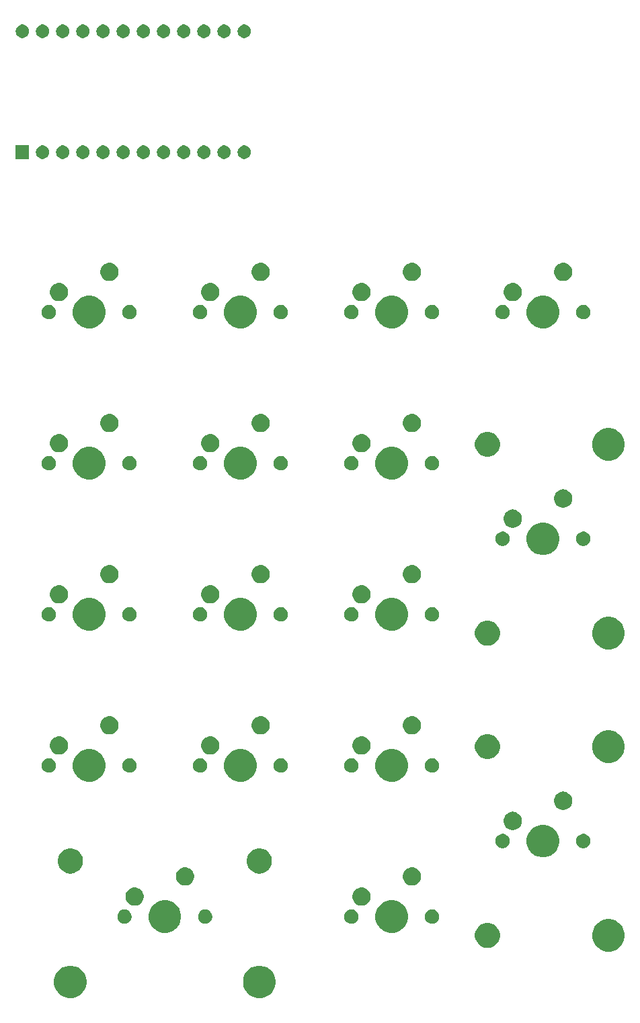
<source format=gbs>
G04 #@! TF.GenerationSoftware,KiCad,Pcbnew,(5.1.4)-1*
G04 #@! TF.CreationDate,2021-10-14T17:59:47+07:00*
G04 #@! TF.ProjectId,Keypad_pcb,4b657970-6164-45f7-9063-622e6b696361,rev?*
G04 #@! TF.SameCoordinates,Original*
G04 #@! TF.FileFunction,Soldermask,Bot*
G04 #@! TF.FilePolarity,Negative*
%FSLAX46Y46*%
G04 Gerber Fmt 4.6, Leading zero omitted, Abs format (unit mm)*
G04 Created by KiCad (PCBNEW (5.1.4)-1) date 2021-10-14 17:59:47*
%MOMM*%
%LPD*%
G04 APERTURE LIST*
%ADD10C,0.100000*%
G04 APERTURE END LIST*
D10*
G36*
X64727004Y-178829068D02*
G01*
X65100261Y-178983676D01*
X65100263Y-178983677D01*
X65436186Y-179208134D01*
X65721866Y-179493814D01*
X65946324Y-179829739D01*
X66100932Y-180202996D01*
X66179750Y-180599243D01*
X66179750Y-181003257D01*
X66100932Y-181399504D01*
X65946324Y-181772761D01*
X65946323Y-181772763D01*
X65721866Y-182108686D01*
X65436186Y-182394366D01*
X65100263Y-182618823D01*
X65100262Y-182618824D01*
X65100261Y-182618824D01*
X64727004Y-182773432D01*
X64330757Y-182852250D01*
X63926743Y-182852250D01*
X63530496Y-182773432D01*
X63157239Y-182618824D01*
X63157238Y-182618824D01*
X63157237Y-182618823D01*
X62821314Y-182394366D01*
X62535634Y-182108686D01*
X62311177Y-181772763D01*
X62311176Y-181772761D01*
X62156568Y-181399504D01*
X62077750Y-181003257D01*
X62077750Y-180599243D01*
X62156568Y-180202996D01*
X62311176Y-179829739D01*
X62535634Y-179493814D01*
X62821314Y-179208134D01*
X63157237Y-178983677D01*
X63157239Y-178983676D01*
X63530496Y-178829068D01*
X63926743Y-178750250D01*
X64330757Y-178750250D01*
X64727004Y-178829068D01*
X64727004Y-178829068D01*
G37*
G36*
X40927004Y-178829068D02*
G01*
X41300261Y-178983676D01*
X41300263Y-178983677D01*
X41636186Y-179208134D01*
X41921866Y-179493814D01*
X42146324Y-179829739D01*
X42300932Y-180202996D01*
X42379750Y-180599243D01*
X42379750Y-181003257D01*
X42300932Y-181399504D01*
X42146324Y-181772761D01*
X42146323Y-181772763D01*
X41921866Y-182108686D01*
X41636186Y-182394366D01*
X41300263Y-182618823D01*
X41300262Y-182618824D01*
X41300261Y-182618824D01*
X40927004Y-182773432D01*
X40530757Y-182852250D01*
X40126743Y-182852250D01*
X39730496Y-182773432D01*
X39357239Y-182618824D01*
X39357238Y-182618824D01*
X39357237Y-182618823D01*
X39021314Y-182394366D01*
X38735634Y-182108686D01*
X38511177Y-181772763D01*
X38511176Y-181772761D01*
X38356568Y-181399504D01*
X38277750Y-181003257D01*
X38277750Y-180599243D01*
X38356568Y-180202996D01*
X38511176Y-179829739D01*
X38735634Y-179493814D01*
X39021314Y-179208134D01*
X39357237Y-178983677D01*
X39357239Y-178983676D01*
X39730496Y-178829068D01*
X40126743Y-178750250D01*
X40530757Y-178750250D01*
X40927004Y-178829068D01*
X40927004Y-178829068D01*
G37*
G36*
X108692004Y-172964068D02*
G01*
X109065261Y-173118676D01*
X109065263Y-173118677D01*
X109401186Y-173343134D01*
X109686866Y-173628814D01*
X109847144Y-173868686D01*
X109911324Y-173964739D01*
X110065932Y-174337996D01*
X110144750Y-174734243D01*
X110144750Y-175138257D01*
X110065932Y-175534504D01*
X109911324Y-175907761D01*
X109911323Y-175907763D01*
X109686866Y-176243686D01*
X109401186Y-176529366D01*
X109065263Y-176753823D01*
X109065262Y-176753824D01*
X109065261Y-176753824D01*
X108692004Y-176908432D01*
X108295757Y-176987250D01*
X107891743Y-176987250D01*
X107495496Y-176908432D01*
X107122239Y-176753824D01*
X107122238Y-176753824D01*
X107122237Y-176753823D01*
X106786314Y-176529366D01*
X106500634Y-176243686D01*
X106276177Y-175907763D01*
X106276176Y-175907761D01*
X106121568Y-175534504D01*
X106042750Y-175138257D01*
X106042750Y-174734243D01*
X106121568Y-174337996D01*
X106276176Y-173964739D01*
X106340357Y-173868686D01*
X106500634Y-173628814D01*
X106786314Y-173343134D01*
X107122237Y-173118677D01*
X107122239Y-173118676D01*
X107495496Y-172964068D01*
X107891743Y-172885250D01*
X108295757Y-172885250D01*
X108692004Y-172964068D01*
X108692004Y-172964068D01*
G37*
G36*
X93084833Y-173375340D02*
G01*
X93313452Y-173420814D01*
X93600266Y-173539617D01*
X93858392Y-173712091D01*
X94077909Y-173931608D01*
X94250383Y-174189734D01*
X94369186Y-174476548D01*
X94429750Y-174781028D01*
X94429750Y-175091472D01*
X94369186Y-175395952D01*
X94250383Y-175682766D01*
X94077909Y-175940892D01*
X93858392Y-176160409D01*
X93600266Y-176332883D01*
X93313452Y-176451686D01*
X93084833Y-176497160D01*
X93008974Y-176512250D01*
X92698526Y-176512250D01*
X92622667Y-176497160D01*
X92394048Y-176451686D01*
X92107234Y-176332883D01*
X91849108Y-176160409D01*
X91629591Y-175940892D01*
X91457117Y-175682766D01*
X91338314Y-175395952D01*
X91277750Y-175091472D01*
X91277750Y-174781028D01*
X91338314Y-174476548D01*
X91457117Y-174189734D01*
X91629591Y-173931608D01*
X91849108Y-173712091D01*
X92107234Y-173539617D01*
X92394048Y-173420814D01*
X92622667Y-173375340D01*
X92698526Y-173360250D01*
X93008974Y-173360250D01*
X93084833Y-173375340D01*
X93084833Y-173375340D01*
G37*
G36*
X81402004Y-170589068D02*
G01*
X81775261Y-170743676D01*
X81775263Y-170743677D01*
X82111186Y-170968134D01*
X82396866Y-171253814D01*
X82621324Y-171589739D01*
X82775932Y-171962996D01*
X82854750Y-172359243D01*
X82854750Y-172763257D01*
X82775932Y-173159504D01*
X82621324Y-173532761D01*
X82621323Y-173532763D01*
X82396866Y-173868686D01*
X82111186Y-174154366D01*
X81775263Y-174378823D01*
X81775262Y-174378824D01*
X81775261Y-174378824D01*
X81402004Y-174533432D01*
X81005757Y-174612250D01*
X80601743Y-174612250D01*
X80205496Y-174533432D01*
X79832239Y-174378824D01*
X79832238Y-174378824D01*
X79832237Y-174378823D01*
X79496314Y-174154366D01*
X79210634Y-173868686D01*
X78986177Y-173532763D01*
X78986176Y-173532761D01*
X78831568Y-173159504D01*
X78752750Y-172763257D01*
X78752750Y-172359243D01*
X78831568Y-171962996D01*
X78986176Y-171589739D01*
X79210634Y-171253814D01*
X79496314Y-170968134D01*
X79832237Y-170743677D01*
X79832239Y-170743676D01*
X80205496Y-170589068D01*
X80601743Y-170510250D01*
X81005757Y-170510250D01*
X81402004Y-170589068D01*
X81402004Y-170589068D01*
G37*
G36*
X52827004Y-170589068D02*
G01*
X53200261Y-170743676D01*
X53200263Y-170743677D01*
X53536186Y-170968134D01*
X53821866Y-171253814D01*
X54046324Y-171589739D01*
X54200932Y-171962996D01*
X54279750Y-172359243D01*
X54279750Y-172763257D01*
X54200932Y-173159504D01*
X54046324Y-173532761D01*
X54046323Y-173532763D01*
X53821866Y-173868686D01*
X53536186Y-174154366D01*
X53200263Y-174378823D01*
X53200262Y-174378824D01*
X53200261Y-174378824D01*
X52827004Y-174533432D01*
X52430757Y-174612250D01*
X52026743Y-174612250D01*
X51630496Y-174533432D01*
X51257239Y-174378824D01*
X51257238Y-174378824D01*
X51257237Y-174378823D01*
X50921314Y-174154366D01*
X50635634Y-173868686D01*
X50411177Y-173532763D01*
X50411176Y-173532761D01*
X50256568Y-173159504D01*
X50177750Y-172763257D01*
X50177750Y-172359243D01*
X50256568Y-171962996D01*
X50411176Y-171589739D01*
X50635634Y-171253814D01*
X50921314Y-170968134D01*
X51257237Y-170743677D01*
X51257239Y-170743676D01*
X51630496Y-170589068D01*
X52026743Y-170510250D01*
X52430757Y-170510250D01*
X52827004Y-170589068D01*
X52827004Y-170589068D01*
G37*
G36*
X85997262Y-171665177D02*
G01*
X86146562Y-171694874D01*
X86310534Y-171762794D01*
X86458104Y-171861397D01*
X86583603Y-171986896D01*
X86682206Y-172134466D01*
X86750126Y-172298438D01*
X86784750Y-172472509D01*
X86784750Y-172649991D01*
X86750126Y-172824062D01*
X86682206Y-172988034D01*
X86583603Y-173135604D01*
X86458104Y-173261103D01*
X86310534Y-173359706D01*
X86146562Y-173427626D01*
X85997262Y-173457323D01*
X85972492Y-173462250D01*
X85795008Y-173462250D01*
X85770238Y-173457323D01*
X85620938Y-173427626D01*
X85456966Y-173359706D01*
X85309396Y-173261103D01*
X85183897Y-173135604D01*
X85085294Y-172988034D01*
X85017374Y-172824062D01*
X84982750Y-172649991D01*
X84982750Y-172472509D01*
X85017374Y-172298438D01*
X85085294Y-172134466D01*
X85183897Y-171986896D01*
X85309396Y-171861397D01*
X85456966Y-171762794D01*
X85620938Y-171694874D01*
X85770238Y-171665177D01*
X85795008Y-171660250D01*
X85972492Y-171660250D01*
X85997262Y-171665177D01*
X85997262Y-171665177D01*
G37*
G36*
X75837262Y-171665177D02*
G01*
X75986562Y-171694874D01*
X76150534Y-171762794D01*
X76298104Y-171861397D01*
X76423603Y-171986896D01*
X76522206Y-172134466D01*
X76590126Y-172298438D01*
X76624750Y-172472509D01*
X76624750Y-172649991D01*
X76590126Y-172824062D01*
X76522206Y-172988034D01*
X76423603Y-173135604D01*
X76298104Y-173261103D01*
X76150534Y-173359706D01*
X75986562Y-173427626D01*
X75837262Y-173457323D01*
X75812492Y-173462250D01*
X75635008Y-173462250D01*
X75610238Y-173457323D01*
X75460938Y-173427626D01*
X75296966Y-173359706D01*
X75149396Y-173261103D01*
X75023897Y-173135604D01*
X74925294Y-172988034D01*
X74857374Y-172824062D01*
X74822750Y-172649991D01*
X74822750Y-172472509D01*
X74857374Y-172298438D01*
X74925294Y-172134466D01*
X75023897Y-171986896D01*
X75149396Y-171861397D01*
X75296966Y-171762794D01*
X75460938Y-171694874D01*
X75610238Y-171665177D01*
X75635008Y-171660250D01*
X75812492Y-171660250D01*
X75837262Y-171665177D01*
X75837262Y-171665177D01*
G37*
G36*
X57422262Y-171665177D02*
G01*
X57571562Y-171694874D01*
X57735534Y-171762794D01*
X57883104Y-171861397D01*
X58008603Y-171986896D01*
X58107206Y-172134466D01*
X58175126Y-172298438D01*
X58209750Y-172472509D01*
X58209750Y-172649991D01*
X58175126Y-172824062D01*
X58107206Y-172988034D01*
X58008603Y-173135604D01*
X57883104Y-173261103D01*
X57735534Y-173359706D01*
X57571562Y-173427626D01*
X57422262Y-173457323D01*
X57397492Y-173462250D01*
X57220008Y-173462250D01*
X57195238Y-173457323D01*
X57045938Y-173427626D01*
X56881966Y-173359706D01*
X56734396Y-173261103D01*
X56608897Y-173135604D01*
X56510294Y-172988034D01*
X56442374Y-172824062D01*
X56407750Y-172649991D01*
X56407750Y-172472509D01*
X56442374Y-172298438D01*
X56510294Y-172134466D01*
X56608897Y-171986896D01*
X56734396Y-171861397D01*
X56881966Y-171762794D01*
X57045938Y-171694874D01*
X57195238Y-171665177D01*
X57220008Y-171660250D01*
X57397492Y-171660250D01*
X57422262Y-171665177D01*
X57422262Y-171665177D01*
G37*
G36*
X47262262Y-171665177D02*
G01*
X47411562Y-171694874D01*
X47575534Y-171762794D01*
X47723104Y-171861397D01*
X47848603Y-171986896D01*
X47947206Y-172134466D01*
X48015126Y-172298438D01*
X48049750Y-172472509D01*
X48049750Y-172649991D01*
X48015126Y-172824062D01*
X47947206Y-172988034D01*
X47848603Y-173135604D01*
X47723104Y-173261103D01*
X47575534Y-173359706D01*
X47411562Y-173427626D01*
X47262262Y-173457323D01*
X47237492Y-173462250D01*
X47060008Y-173462250D01*
X47035238Y-173457323D01*
X46885938Y-173427626D01*
X46721966Y-173359706D01*
X46574396Y-173261103D01*
X46448897Y-173135604D01*
X46350294Y-172988034D01*
X46282374Y-172824062D01*
X46247750Y-172649991D01*
X46247750Y-172472509D01*
X46282374Y-172298438D01*
X46350294Y-172134466D01*
X46448897Y-171986896D01*
X46574396Y-171861397D01*
X46721966Y-171762794D01*
X46885938Y-171694874D01*
X47035238Y-171665177D01*
X47060008Y-171660250D01*
X47237492Y-171660250D01*
X47262262Y-171665177D01*
X47262262Y-171665177D01*
G37*
G36*
X77218299Y-168892366D02*
G01*
X77329484Y-168914482D01*
X77538953Y-169001247D01*
X77727470Y-169127210D01*
X77887790Y-169287530D01*
X78013753Y-169476047D01*
X78100518Y-169685516D01*
X78144750Y-169907886D01*
X78144750Y-170134614D01*
X78100518Y-170356984D01*
X78013753Y-170566453D01*
X77887790Y-170754970D01*
X77727470Y-170915290D01*
X77538953Y-171041253D01*
X77329484Y-171128018D01*
X77218299Y-171150134D01*
X77107115Y-171172250D01*
X76880385Y-171172250D01*
X76769201Y-171150134D01*
X76658016Y-171128018D01*
X76448547Y-171041253D01*
X76260030Y-170915290D01*
X76099710Y-170754970D01*
X75973747Y-170566453D01*
X75886982Y-170356984D01*
X75842750Y-170134614D01*
X75842750Y-169907886D01*
X75886982Y-169685516D01*
X75973747Y-169476047D01*
X76099710Y-169287530D01*
X76260030Y-169127210D01*
X76448547Y-169001247D01*
X76658016Y-168914482D01*
X76769201Y-168892366D01*
X76880385Y-168870250D01*
X77107115Y-168870250D01*
X77218299Y-168892366D01*
X77218299Y-168892366D01*
G37*
G36*
X48643299Y-168892366D02*
G01*
X48754484Y-168914482D01*
X48963953Y-169001247D01*
X49152470Y-169127210D01*
X49312790Y-169287530D01*
X49438753Y-169476047D01*
X49525518Y-169685516D01*
X49569750Y-169907886D01*
X49569750Y-170134614D01*
X49525518Y-170356984D01*
X49438753Y-170566453D01*
X49312790Y-170754970D01*
X49152470Y-170915290D01*
X48963953Y-171041253D01*
X48754484Y-171128018D01*
X48643299Y-171150134D01*
X48532115Y-171172250D01*
X48305385Y-171172250D01*
X48194201Y-171150134D01*
X48083016Y-171128018D01*
X47873547Y-171041253D01*
X47685030Y-170915290D01*
X47524710Y-170754970D01*
X47398747Y-170566453D01*
X47311982Y-170356984D01*
X47267750Y-170134614D01*
X47267750Y-169907886D01*
X47311982Y-169685516D01*
X47398747Y-169476047D01*
X47524710Y-169287530D01*
X47685030Y-169127210D01*
X47873547Y-169001247D01*
X48083016Y-168914482D01*
X48194201Y-168892366D01*
X48305385Y-168870250D01*
X48532115Y-168870250D01*
X48643299Y-168892366D01*
X48643299Y-168892366D01*
G37*
G36*
X54993299Y-166352366D02*
G01*
X55104484Y-166374482D01*
X55313953Y-166461247D01*
X55502470Y-166587210D01*
X55662790Y-166747530D01*
X55788753Y-166936047D01*
X55875518Y-167145516D01*
X55919750Y-167367886D01*
X55919750Y-167594614D01*
X55875518Y-167816984D01*
X55788753Y-168026453D01*
X55662790Y-168214970D01*
X55502470Y-168375290D01*
X55313953Y-168501253D01*
X55104484Y-168588018D01*
X54993299Y-168610134D01*
X54882115Y-168632250D01*
X54655385Y-168632250D01*
X54544201Y-168610134D01*
X54433016Y-168588018D01*
X54223547Y-168501253D01*
X54035030Y-168375290D01*
X53874710Y-168214970D01*
X53748747Y-168026453D01*
X53661982Y-167816984D01*
X53617750Y-167594614D01*
X53617750Y-167367886D01*
X53661982Y-167145516D01*
X53748747Y-166936047D01*
X53874710Y-166747530D01*
X54035030Y-166587210D01*
X54223547Y-166461247D01*
X54433016Y-166374482D01*
X54544201Y-166352366D01*
X54655385Y-166330250D01*
X54882115Y-166330250D01*
X54993299Y-166352366D01*
X54993299Y-166352366D01*
G37*
G36*
X83568299Y-166352366D02*
G01*
X83679484Y-166374482D01*
X83888953Y-166461247D01*
X84077470Y-166587210D01*
X84237790Y-166747530D01*
X84363753Y-166936047D01*
X84450518Y-167145516D01*
X84494750Y-167367886D01*
X84494750Y-167594614D01*
X84450518Y-167816984D01*
X84363753Y-168026453D01*
X84237790Y-168214970D01*
X84077470Y-168375290D01*
X83888953Y-168501253D01*
X83679484Y-168588018D01*
X83568299Y-168610134D01*
X83457115Y-168632250D01*
X83230385Y-168632250D01*
X83119201Y-168610134D01*
X83008016Y-168588018D01*
X82798547Y-168501253D01*
X82610030Y-168375290D01*
X82449710Y-168214970D01*
X82323747Y-168026453D01*
X82236982Y-167816984D01*
X82192750Y-167594614D01*
X82192750Y-167367886D01*
X82236982Y-167145516D01*
X82323747Y-166936047D01*
X82449710Y-166747530D01*
X82610030Y-166587210D01*
X82798547Y-166461247D01*
X83008016Y-166374482D01*
X83119201Y-166352366D01*
X83230385Y-166330250D01*
X83457115Y-166330250D01*
X83568299Y-166352366D01*
X83568299Y-166352366D01*
G37*
G36*
X40559833Y-164000340D02*
G01*
X40788452Y-164045814D01*
X41075266Y-164164617D01*
X41333392Y-164337091D01*
X41552909Y-164556608D01*
X41725383Y-164814734D01*
X41844186Y-165101548D01*
X41904750Y-165406028D01*
X41904750Y-165716472D01*
X41844186Y-166020952D01*
X41725383Y-166307766D01*
X41552909Y-166565892D01*
X41333392Y-166785409D01*
X41075266Y-166957883D01*
X40788452Y-167076686D01*
X40559833Y-167122160D01*
X40483974Y-167137250D01*
X40173526Y-167137250D01*
X40097667Y-167122160D01*
X39869048Y-167076686D01*
X39582234Y-166957883D01*
X39324108Y-166785409D01*
X39104591Y-166565892D01*
X38932117Y-166307766D01*
X38813314Y-166020952D01*
X38752750Y-165716472D01*
X38752750Y-165406028D01*
X38813314Y-165101548D01*
X38932117Y-164814734D01*
X39104591Y-164556608D01*
X39324108Y-164337091D01*
X39582234Y-164164617D01*
X39869048Y-164045814D01*
X40097667Y-164000340D01*
X40173526Y-163985250D01*
X40483974Y-163985250D01*
X40559833Y-164000340D01*
X40559833Y-164000340D01*
G37*
G36*
X64359833Y-164000340D02*
G01*
X64588452Y-164045814D01*
X64875266Y-164164617D01*
X65133392Y-164337091D01*
X65352909Y-164556608D01*
X65525383Y-164814734D01*
X65644186Y-165101548D01*
X65704750Y-165406028D01*
X65704750Y-165716472D01*
X65644186Y-166020952D01*
X65525383Y-166307766D01*
X65352909Y-166565892D01*
X65133392Y-166785409D01*
X64875266Y-166957883D01*
X64588452Y-167076686D01*
X64359833Y-167122160D01*
X64283974Y-167137250D01*
X63973526Y-167137250D01*
X63897667Y-167122160D01*
X63669048Y-167076686D01*
X63382234Y-166957883D01*
X63124108Y-166785409D01*
X62904591Y-166565892D01*
X62732117Y-166307766D01*
X62613314Y-166020952D01*
X62552750Y-165716472D01*
X62552750Y-165406028D01*
X62613314Y-165101548D01*
X62732117Y-164814734D01*
X62904591Y-164556608D01*
X63124108Y-164337091D01*
X63382234Y-164164617D01*
X63669048Y-164045814D01*
X63897667Y-164000340D01*
X63973526Y-163985250D01*
X64283974Y-163985250D01*
X64359833Y-164000340D01*
X64359833Y-164000340D01*
G37*
G36*
X100452004Y-161064068D02*
G01*
X100825261Y-161218676D01*
X100825263Y-161218677D01*
X101161186Y-161443134D01*
X101446866Y-161728814D01*
X101671324Y-162064739D01*
X101825932Y-162437996D01*
X101904750Y-162834243D01*
X101904750Y-163238257D01*
X101825932Y-163634504D01*
X101680648Y-163985250D01*
X101671323Y-164007763D01*
X101446866Y-164343686D01*
X101161186Y-164629366D01*
X100825263Y-164853823D01*
X100825262Y-164853824D01*
X100825261Y-164853824D01*
X100452004Y-165008432D01*
X100055757Y-165087250D01*
X99651743Y-165087250D01*
X99255496Y-165008432D01*
X98882239Y-164853824D01*
X98882238Y-164853824D01*
X98882237Y-164853823D01*
X98546314Y-164629366D01*
X98260634Y-164343686D01*
X98036177Y-164007763D01*
X98026852Y-163985250D01*
X97881568Y-163634504D01*
X97802750Y-163238257D01*
X97802750Y-162834243D01*
X97881568Y-162437996D01*
X98036176Y-162064739D01*
X98260634Y-161728814D01*
X98546314Y-161443134D01*
X98882237Y-161218677D01*
X98882239Y-161218676D01*
X99255496Y-161064068D01*
X99651743Y-160985250D01*
X100055757Y-160985250D01*
X100452004Y-161064068D01*
X100452004Y-161064068D01*
G37*
G36*
X105047262Y-162140177D02*
G01*
X105196562Y-162169874D01*
X105360534Y-162237794D01*
X105508104Y-162336397D01*
X105633603Y-162461896D01*
X105732206Y-162609466D01*
X105800126Y-162773438D01*
X105834750Y-162947509D01*
X105834750Y-163124991D01*
X105800126Y-163299062D01*
X105732206Y-163463034D01*
X105633603Y-163610604D01*
X105508104Y-163736103D01*
X105360534Y-163834706D01*
X105196562Y-163902626D01*
X105047262Y-163932323D01*
X105022492Y-163937250D01*
X104845008Y-163937250D01*
X104820238Y-163932323D01*
X104670938Y-163902626D01*
X104506966Y-163834706D01*
X104359396Y-163736103D01*
X104233897Y-163610604D01*
X104135294Y-163463034D01*
X104067374Y-163299062D01*
X104032750Y-163124991D01*
X104032750Y-162947509D01*
X104067374Y-162773438D01*
X104135294Y-162609466D01*
X104233897Y-162461896D01*
X104359396Y-162336397D01*
X104506966Y-162237794D01*
X104670938Y-162169874D01*
X104820238Y-162140177D01*
X104845008Y-162135250D01*
X105022492Y-162135250D01*
X105047262Y-162140177D01*
X105047262Y-162140177D01*
G37*
G36*
X94887262Y-162140177D02*
G01*
X95036562Y-162169874D01*
X95200534Y-162237794D01*
X95348104Y-162336397D01*
X95473603Y-162461896D01*
X95572206Y-162609466D01*
X95640126Y-162773438D01*
X95674750Y-162947509D01*
X95674750Y-163124991D01*
X95640126Y-163299062D01*
X95572206Y-163463034D01*
X95473603Y-163610604D01*
X95348104Y-163736103D01*
X95200534Y-163834706D01*
X95036562Y-163902626D01*
X94887262Y-163932323D01*
X94862492Y-163937250D01*
X94685008Y-163937250D01*
X94660238Y-163932323D01*
X94510938Y-163902626D01*
X94346966Y-163834706D01*
X94199396Y-163736103D01*
X94073897Y-163610604D01*
X93975294Y-163463034D01*
X93907374Y-163299062D01*
X93872750Y-163124991D01*
X93872750Y-162947509D01*
X93907374Y-162773438D01*
X93975294Y-162609466D01*
X94073897Y-162461896D01*
X94199396Y-162336397D01*
X94346966Y-162237794D01*
X94510938Y-162169874D01*
X94660238Y-162140177D01*
X94685008Y-162135250D01*
X94862492Y-162135250D01*
X94887262Y-162140177D01*
X94887262Y-162140177D01*
G37*
G36*
X96268299Y-159367366D02*
G01*
X96379484Y-159389482D01*
X96588953Y-159476247D01*
X96777470Y-159602210D01*
X96937790Y-159762530D01*
X97063753Y-159951047D01*
X97150518Y-160160516D01*
X97194750Y-160382886D01*
X97194750Y-160609614D01*
X97150518Y-160831984D01*
X97063753Y-161041453D01*
X96937790Y-161229970D01*
X96777470Y-161390290D01*
X96588953Y-161516253D01*
X96379484Y-161603018D01*
X96268299Y-161625134D01*
X96157115Y-161647250D01*
X95930385Y-161647250D01*
X95819201Y-161625134D01*
X95708016Y-161603018D01*
X95498547Y-161516253D01*
X95310030Y-161390290D01*
X95149710Y-161229970D01*
X95023747Y-161041453D01*
X94936982Y-160831984D01*
X94892750Y-160609614D01*
X94892750Y-160382886D01*
X94936982Y-160160516D01*
X95023747Y-159951047D01*
X95149710Y-159762530D01*
X95310030Y-159602210D01*
X95498547Y-159476247D01*
X95708016Y-159389482D01*
X95819201Y-159367366D01*
X95930385Y-159345250D01*
X96157115Y-159345250D01*
X96268299Y-159367366D01*
X96268299Y-159367366D01*
G37*
G36*
X102618299Y-156827366D02*
G01*
X102729484Y-156849482D01*
X102938953Y-156936247D01*
X103127470Y-157062210D01*
X103287790Y-157222530D01*
X103413753Y-157411047D01*
X103500518Y-157620516D01*
X103544750Y-157842886D01*
X103544750Y-158069614D01*
X103500518Y-158291984D01*
X103413753Y-158501453D01*
X103287790Y-158689970D01*
X103127470Y-158850290D01*
X102938953Y-158976253D01*
X102729484Y-159063018D01*
X102618299Y-159085134D01*
X102507115Y-159107250D01*
X102280385Y-159107250D01*
X102169201Y-159085134D01*
X102058016Y-159063018D01*
X101848547Y-158976253D01*
X101660030Y-158850290D01*
X101499710Y-158689970D01*
X101373747Y-158501453D01*
X101286982Y-158291984D01*
X101242750Y-158069614D01*
X101242750Y-157842886D01*
X101286982Y-157620516D01*
X101373747Y-157411047D01*
X101499710Y-157222530D01*
X101660030Y-157062210D01*
X101848547Y-156936247D01*
X102058016Y-156849482D01*
X102169201Y-156827366D01*
X102280385Y-156805250D01*
X102507115Y-156805250D01*
X102618299Y-156827366D01*
X102618299Y-156827366D01*
G37*
G36*
X81402004Y-151539068D02*
G01*
X81775261Y-151693676D01*
X81775263Y-151693677D01*
X82111186Y-151918134D01*
X82396866Y-152203814D01*
X82557144Y-152443686D01*
X82621324Y-152539739D01*
X82775932Y-152912996D01*
X82854750Y-153309243D01*
X82854750Y-153713257D01*
X82775932Y-154109504D01*
X82621324Y-154482761D01*
X82621323Y-154482763D01*
X82396866Y-154818686D01*
X82111186Y-155104366D01*
X81775263Y-155328823D01*
X81775262Y-155328824D01*
X81775261Y-155328824D01*
X81402004Y-155483432D01*
X81005757Y-155562250D01*
X80601743Y-155562250D01*
X80205496Y-155483432D01*
X79832239Y-155328824D01*
X79832238Y-155328824D01*
X79832237Y-155328823D01*
X79496314Y-155104366D01*
X79210634Y-154818686D01*
X78986177Y-154482763D01*
X78986176Y-154482761D01*
X78831568Y-154109504D01*
X78752750Y-153713257D01*
X78752750Y-153309243D01*
X78831568Y-152912996D01*
X78986176Y-152539739D01*
X79050357Y-152443686D01*
X79210634Y-152203814D01*
X79496314Y-151918134D01*
X79832237Y-151693677D01*
X79832239Y-151693676D01*
X80205496Y-151539068D01*
X80601743Y-151460250D01*
X81005757Y-151460250D01*
X81402004Y-151539068D01*
X81402004Y-151539068D01*
G37*
G36*
X62352004Y-151539068D02*
G01*
X62725261Y-151693676D01*
X62725263Y-151693677D01*
X63061186Y-151918134D01*
X63346866Y-152203814D01*
X63507144Y-152443686D01*
X63571324Y-152539739D01*
X63725932Y-152912996D01*
X63804750Y-153309243D01*
X63804750Y-153713257D01*
X63725932Y-154109504D01*
X63571324Y-154482761D01*
X63571323Y-154482763D01*
X63346866Y-154818686D01*
X63061186Y-155104366D01*
X62725263Y-155328823D01*
X62725262Y-155328824D01*
X62725261Y-155328824D01*
X62352004Y-155483432D01*
X61955757Y-155562250D01*
X61551743Y-155562250D01*
X61155496Y-155483432D01*
X60782239Y-155328824D01*
X60782238Y-155328824D01*
X60782237Y-155328823D01*
X60446314Y-155104366D01*
X60160634Y-154818686D01*
X59936177Y-154482763D01*
X59936176Y-154482761D01*
X59781568Y-154109504D01*
X59702750Y-153713257D01*
X59702750Y-153309243D01*
X59781568Y-152912996D01*
X59936176Y-152539739D01*
X60000357Y-152443686D01*
X60160634Y-152203814D01*
X60446314Y-151918134D01*
X60782237Y-151693677D01*
X60782239Y-151693676D01*
X61155496Y-151539068D01*
X61551743Y-151460250D01*
X61955757Y-151460250D01*
X62352004Y-151539068D01*
X62352004Y-151539068D01*
G37*
G36*
X43302004Y-151539068D02*
G01*
X43675261Y-151693676D01*
X43675263Y-151693677D01*
X44011186Y-151918134D01*
X44296866Y-152203814D01*
X44457144Y-152443686D01*
X44521324Y-152539739D01*
X44675932Y-152912996D01*
X44754750Y-153309243D01*
X44754750Y-153713257D01*
X44675932Y-154109504D01*
X44521324Y-154482761D01*
X44521323Y-154482763D01*
X44296866Y-154818686D01*
X44011186Y-155104366D01*
X43675263Y-155328823D01*
X43675262Y-155328824D01*
X43675261Y-155328824D01*
X43302004Y-155483432D01*
X42905757Y-155562250D01*
X42501743Y-155562250D01*
X42105496Y-155483432D01*
X41732239Y-155328824D01*
X41732238Y-155328824D01*
X41732237Y-155328823D01*
X41396314Y-155104366D01*
X41110634Y-154818686D01*
X40886177Y-154482763D01*
X40886176Y-154482761D01*
X40731568Y-154109504D01*
X40652750Y-153713257D01*
X40652750Y-153309243D01*
X40731568Y-152912996D01*
X40886176Y-152539739D01*
X40950357Y-152443686D01*
X41110634Y-152203814D01*
X41396314Y-151918134D01*
X41732237Y-151693677D01*
X41732239Y-151693676D01*
X42105496Y-151539068D01*
X42501743Y-151460250D01*
X42905757Y-151460250D01*
X43302004Y-151539068D01*
X43302004Y-151539068D01*
G37*
G36*
X75837262Y-152615177D02*
G01*
X75986562Y-152644874D01*
X76150534Y-152712794D01*
X76298104Y-152811397D01*
X76423603Y-152936896D01*
X76522206Y-153084466D01*
X76590126Y-153248438D01*
X76624750Y-153422509D01*
X76624750Y-153599991D01*
X76590126Y-153774062D01*
X76522206Y-153938034D01*
X76423603Y-154085604D01*
X76298104Y-154211103D01*
X76150534Y-154309706D01*
X75986562Y-154377626D01*
X75837262Y-154407323D01*
X75812492Y-154412250D01*
X75635008Y-154412250D01*
X75610238Y-154407323D01*
X75460938Y-154377626D01*
X75296966Y-154309706D01*
X75149396Y-154211103D01*
X75023897Y-154085604D01*
X74925294Y-153938034D01*
X74857374Y-153774062D01*
X74822750Y-153599991D01*
X74822750Y-153422509D01*
X74857374Y-153248438D01*
X74925294Y-153084466D01*
X75023897Y-152936896D01*
X75149396Y-152811397D01*
X75296966Y-152712794D01*
X75460938Y-152644874D01*
X75610238Y-152615177D01*
X75635008Y-152610250D01*
X75812492Y-152610250D01*
X75837262Y-152615177D01*
X75837262Y-152615177D01*
G37*
G36*
X56787262Y-152615177D02*
G01*
X56936562Y-152644874D01*
X57100534Y-152712794D01*
X57248104Y-152811397D01*
X57373603Y-152936896D01*
X57472206Y-153084466D01*
X57540126Y-153248438D01*
X57574750Y-153422509D01*
X57574750Y-153599991D01*
X57540126Y-153774062D01*
X57472206Y-153938034D01*
X57373603Y-154085604D01*
X57248104Y-154211103D01*
X57100534Y-154309706D01*
X56936562Y-154377626D01*
X56787262Y-154407323D01*
X56762492Y-154412250D01*
X56585008Y-154412250D01*
X56560238Y-154407323D01*
X56410938Y-154377626D01*
X56246966Y-154309706D01*
X56099396Y-154211103D01*
X55973897Y-154085604D01*
X55875294Y-153938034D01*
X55807374Y-153774062D01*
X55772750Y-153599991D01*
X55772750Y-153422509D01*
X55807374Y-153248438D01*
X55875294Y-153084466D01*
X55973897Y-152936896D01*
X56099396Y-152811397D01*
X56246966Y-152712794D01*
X56410938Y-152644874D01*
X56560238Y-152615177D01*
X56585008Y-152610250D01*
X56762492Y-152610250D01*
X56787262Y-152615177D01*
X56787262Y-152615177D01*
G37*
G36*
X66947262Y-152615177D02*
G01*
X67096562Y-152644874D01*
X67260534Y-152712794D01*
X67408104Y-152811397D01*
X67533603Y-152936896D01*
X67632206Y-153084466D01*
X67700126Y-153248438D01*
X67734750Y-153422509D01*
X67734750Y-153599991D01*
X67700126Y-153774062D01*
X67632206Y-153938034D01*
X67533603Y-154085604D01*
X67408104Y-154211103D01*
X67260534Y-154309706D01*
X67096562Y-154377626D01*
X66947262Y-154407323D01*
X66922492Y-154412250D01*
X66745008Y-154412250D01*
X66720238Y-154407323D01*
X66570938Y-154377626D01*
X66406966Y-154309706D01*
X66259396Y-154211103D01*
X66133897Y-154085604D01*
X66035294Y-153938034D01*
X65967374Y-153774062D01*
X65932750Y-153599991D01*
X65932750Y-153422509D01*
X65967374Y-153248438D01*
X66035294Y-153084466D01*
X66133897Y-152936896D01*
X66259396Y-152811397D01*
X66406966Y-152712794D01*
X66570938Y-152644874D01*
X66720238Y-152615177D01*
X66745008Y-152610250D01*
X66922492Y-152610250D01*
X66947262Y-152615177D01*
X66947262Y-152615177D01*
G37*
G36*
X47897262Y-152615177D02*
G01*
X48046562Y-152644874D01*
X48210534Y-152712794D01*
X48358104Y-152811397D01*
X48483603Y-152936896D01*
X48582206Y-153084466D01*
X48650126Y-153248438D01*
X48684750Y-153422509D01*
X48684750Y-153599991D01*
X48650126Y-153774062D01*
X48582206Y-153938034D01*
X48483603Y-154085604D01*
X48358104Y-154211103D01*
X48210534Y-154309706D01*
X48046562Y-154377626D01*
X47897262Y-154407323D01*
X47872492Y-154412250D01*
X47695008Y-154412250D01*
X47670238Y-154407323D01*
X47520938Y-154377626D01*
X47356966Y-154309706D01*
X47209396Y-154211103D01*
X47083897Y-154085604D01*
X46985294Y-153938034D01*
X46917374Y-153774062D01*
X46882750Y-153599991D01*
X46882750Y-153422509D01*
X46917374Y-153248438D01*
X46985294Y-153084466D01*
X47083897Y-152936896D01*
X47209396Y-152811397D01*
X47356966Y-152712794D01*
X47520938Y-152644874D01*
X47670238Y-152615177D01*
X47695008Y-152610250D01*
X47872492Y-152610250D01*
X47897262Y-152615177D01*
X47897262Y-152615177D01*
G37*
G36*
X37737262Y-152615177D02*
G01*
X37886562Y-152644874D01*
X38050534Y-152712794D01*
X38198104Y-152811397D01*
X38323603Y-152936896D01*
X38422206Y-153084466D01*
X38490126Y-153248438D01*
X38524750Y-153422509D01*
X38524750Y-153599991D01*
X38490126Y-153774062D01*
X38422206Y-153938034D01*
X38323603Y-154085604D01*
X38198104Y-154211103D01*
X38050534Y-154309706D01*
X37886562Y-154377626D01*
X37737262Y-154407323D01*
X37712492Y-154412250D01*
X37535008Y-154412250D01*
X37510238Y-154407323D01*
X37360938Y-154377626D01*
X37196966Y-154309706D01*
X37049396Y-154211103D01*
X36923897Y-154085604D01*
X36825294Y-153938034D01*
X36757374Y-153774062D01*
X36722750Y-153599991D01*
X36722750Y-153422509D01*
X36757374Y-153248438D01*
X36825294Y-153084466D01*
X36923897Y-152936896D01*
X37049396Y-152811397D01*
X37196966Y-152712794D01*
X37360938Y-152644874D01*
X37510238Y-152615177D01*
X37535008Y-152610250D01*
X37712492Y-152610250D01*
X37737262Y-152615177D01*
X37737262Y-152615177D01*
G37*
G36*
X85997262Y-152615177D02*
G01*
X86146562Y-152644874D01*
X86310534Y-152712794D01*
X86458104Y-152811397D01*
X86583603Y-152936896D01*
X86682206Y-153084466D01*
X86750126Y-153248438D01*
X86784750Y-153422509D01*
X86784750Y-153599991D01*
X86750126Y-153774062D01*
X86682206Y-153938034D01*
X86583603Y-154085604D01*
X86458104Y-154211103D01*
X86310534Y-154309706D01*
X86146562Y-154377626D01*
X85997262Y-154407323D01*
X85972492Y-154412250D01*
X85795008Y-154412250D01*
X85770238Y-154407323D01*
X85620938Y-154377626D01*
X85456966Y-154309706D01*
X85309396Y-154211103D01*
X85183897Y-154085604D01*
X85085294Y-153938034D01*
X85017374Y-153774062D01*
X84982750Y-153599991D01*
X84982750Y-153422509D01*
X85017374Y-153248438D01*
X85085294Y-153084466D01*
X85183897Y-152936896D01*
X85309396Y-152811397D01*
X85456966Y-152712794D01*
X85620938Y-152644874D01*
X85770238Y-152615177D01*
X85795008Y-152610250D01*
X85972492Y-152610250D01*
X85997262Y-152615177D01*
X85997262Y-152615177D01*
G37*
G36*
X108692004Y-149164068D02*
G01*
X109065261Y-149318676D01*
X109065263Y-149318677D01*
X109401186Y-149543134D01*
X109686866Y-149828814D01*
X109768673Y-149951246D01*
X109911324Y-150164739D01*
X110065932Y-150537996D01*
X110144750Y-150934243D01*
X110144750Y-151338257D01*
X110065932Y-151734504D01*
X109923644Y-152078018D01*
X109911323Y-152107763D01*
X109686866Y-152443686D01*
X109401186Y-152729366D01*
X109065263Y-152953823D01*
X109065262Y-152953824D01*
X109065261Y-152953824D01*
X108692004Y-153108432D01*
X108295757Y-153187250D01*
X107891743Y-153187250D01*
X107495496Y-153108432D01*
X107122239Y-152953824D01*
X107122238Y-152953824D01*
X107122237Y-152953823D01*
X106786314Y-152729366D01*
X106500634Y-152443686D01*
X106276177Y-152107763D01*
X106263856Y-152078018D01*
X106121568Y-151734504D01*
X106042750Y-151338257D01*
X106042750Y-150934243D01*
X106121568Y-150537996D01*
X106276176Y-150164739D01*
X106418828Y-149951246D01*
X106500634Y-149828814D01*
X106786314Y-149543134D01*
X107122237Y-149318677D01*
X107122239Y-149318676D01*
X107495496Y-149164068D01*
X107891743Y-149085250D01*
X108295757Y-149085250D01*
X108692004Y-149164068D01*
X108692004Y-149164068D01*
G37*
G36*
X93084833Y-149575340D02*
G01*
X93313452Y-149620814D01*
X93600266Y-149739617D01*
X93858392Y-149912091D01*
X94077909Y-150131608D01*
X94250383Y-150389734D01*
X94369186Y-150676548D01*
X94429750Y-150981028D01*
X94429750Y-151291472D01*
X94369186Y-151595952D01*
X94250383Y-151882766D01*
X94077909Y-152140892D01*
X93858392Y-152360409D01*
X93600266Y-152532883D01*
X93313452Y-152651686D01*
X93084833Y-152697160D01*
X93008974Y-152712250D01*
X92698526Y-152712250D01*
X92622667Y-152697160D01*
X92394048Y-152651686D01*
X92107234Y-152532883D01*
X91849108Y-152360409D01*
X91629591Y-152140892D01*
X91457117Y-151882766D01*
X91338314Y-151595952D01*
X91277750Y-151291472D01*
X91277750Y-150981028D01*
X91338314Y-150676548D01*
X91457117Y-150389734D01*
X91629591Y-150131608D01*
X91849108Y-149912091D01*
X92107234Y-149739617D01*
X92394048Y-149620814D01*
X92622667Y-149575340D01*
X92698526Y-149560250D01*
X93008974Y-149560250D01*
X93084833Y-149575340D01*
X93084833Y-149575340D01*
G37*
G36*
X39118299Y-149842366D02*
G01*
X39229484Y-149864482D01*
X39438953Y-149951247D01*
X39627470Y-150077210D01*
X39787790Y-150237530D01*
X39913753Y-150426047D01*
X40000518Y-150635516D01*
X40044750Y-150857886D01*
X40044750Y-151084614D01*
X40000518Y-151306984D01*
X39913753Y-151516453D01*
X39787790Y-151704970D01*
X39627470Y-151865290D01*
X39438953Y-151991253D01*
X39229484Y-152078018D01*
X39118299Y-152100134D01*
X39007115Y-152122250D01*
X38780385Y-152122250D01*
X38669201Y-152100134D01*
X38558016Y-152078018D01*
X38348547Y-151991253D01*
X38160030Y-151865290D01*
X37999710Y-151704970D01*
X37873747Y-151516453D01*
X37786982Y-151306984D01*
X37742750Y-151084614D01*
X37742750Y-150857886D01*
X37786982Y-150635516D01*
X37873747Y-150426047D01*
X37999710Y-150237530D01*
X38160030Y-150077210D01*
X38348547Y-149951247D01*
X38558016Y-149864482D01*
X38669201Y-149842366D01*
X38780385Y-149820250D01*
X39007115Y-149820250D01*
X39118299Y-149842366D01*
X39118299Y-149842366D01*
G37*
G36*
X77218299Y-149842366D02*
G01*
X77329484Y-149864482D01*
X77538953Y-149951247D01*
X77727470Y-150077210D01*
X77887790Y-150237530D01*
X78013753Y-150426047D01*
X78100518Y-150635516D01*
X78144750Y-150857886D01*
X78144750Y-151084614D01*
X78100518Y-151306984D01*
X78013753Y-151516453D01*
X77887790Y-151704970D01*
X77727470Y-151865290D01*
X77538953Y-151991253D01*
X77329484Y-152078018D01*
X77218299Y-152100134D01*
X77107115Y-152122250D01*
X76880385Y-152122250D01*
X76769201Y-152100134D01*
X76658016Y-152078018D01*
X76448547Y-151991253D01*
X76260030Y-151865290D01*
X76099710Y-151704970D01*
X75973747Y-151516453D01*
X75886982Y-151306984D01*
X75842750Y-151084614D01*
X75842750Y-150857886D01*
X75886982Y-150635516D01*
X75973747Y-150426047D01*
X76099710Y-150237530D01*
X76260030Y-150077210D01*
X76448547Y-149951247D01*
X76658016Y-149864482D01*
X76769201Y-149842366D01*
X76880385Y-149820250D01*
X77107115Y-149820250D01*
X77218299Y-149842366D01*
X77218299Y-149842366D01*
G37*
G36*
X58168299Y-149842366D02*
G01*
X58279484Y-149864482D01*
X58488953Y-149951247D01*
X58677470Y-150077210D01*
X58837790Y-150237530D01*
X58963753Y-150426047D01*
X59050518Y-150635516D01*
X59094750Y-150857886D01*
X59094750Y-151084614D01*
X59050518Y-151306984D01*
X58963753Y-151516453D01*
X58837790Y-151704970D01*
X58677470Y-151865290D01*
X58488953Y-151991253D01*
X58279484Y-152078018D01*
X58168299Y-152100134D01*
X58057115Y-152122250D01*
X57830385Y-152122250D01*
X57719201Y-152100134D01*
X57608016Y-152078018D01*
X57398547Y-151991253D01*
X57210030Y-151865290D01*
X57049710Y-151704970D01*
X56923747Y-151516453D01*
X56836982Y-151306984D01*
X56792750Y-151084614D01*
X56792750Y-150857886D01*
X56836982Y-150635516D01*
X56923747Y-150426047D01*
X57049710Y-150237530D01*
X57210030Y-150077210D01*
X57398547Y-149951247D01*
X57608016Y-149864482D01*
X57719201Y-149842366D01*
X57830385Y-149820250D01*
X58057115Y-149820250D01*
X58168299Y-149842366D01*
X58168299Y-149842366D01*
G37*
G36*
X64518299Y-147302366D02*
G01*
X64629484Y-147324482D01*
X64838953Y-147411247D01*
X65027470Y-147537210D01*
X65187790Y-147697530D01*
X65313753Y-147886047D01*
X65400518Y-148095516D01*
X65444750Y-148317886D01*
X65444750Y-148544614D01*
X65400518Y-148766984D01*
X65313753Y-148976453D01*
X65187790Y-149164970D01*
X65027470Y-149325290D01*
X64838953Y-149451253D01*
X64629484Y-149538018D01*
X64518299Y-149560134D01*
X64407115Y-149582250D01*
X64180385Y-149582250D01*
X64069201Y-149560134D01*
X63958016Y-149538018D01*
X63748547Y-149451253D01*
X63560030Y-149325290D01*
X63399710Y-149164970D01*
X63273747Y-148976453D01*
X63186982Y-148766984D01*
X63142750Y-148544614D01*
X63142750Y-148317886D01*
X63186982Y-148095516D01*
X63273747Y-147886047D01*
X63399710Y-147697530D01*
X63560030Y-147537210D01*
X63748547Y-147411247D01*
X63958016Y-147324482D01*
X64069201Y-147302366D01*
X64180385Y-147280250D01*
X64407115Y-147280250D01*
X64518299Y-147302366D01*
X64518299Y-147302366D01*
G37*
G36*
X45468299Y-147302366D02*
G01*
X45579484Y-147324482D01*
X45788953Y-147411247D01*
X45977470Y-147537210D01*
X46137790Y-147697530D01*
X46263753Y-147886047D01*
X46350518Y-148095516D01*
X46394750Y-148317886D01*
X46394750Y-148544614D01*
X46350518Y-148766984D01*
X46263753Y-148976453D01*
X46137790Y-149164970D01*
X45977470Y-149325290D01*
X45788953Y-149451253D01*
X45579484Y-149538018D01*
X45468299Y-149560134D01*
X45357115Y-149582250D01*
X45130385Y-149582250D01*
X45019201Y-149560134D01*
X44908016Y-149538018D01*
X44698547Y-149451253D01*
X44510030Y-149325290D01*
X44349710Y-149164970D01*
X44223747Y-148976453D01*
X44136982Y-148766984D01*
X44092750Y-148544614D01*
X44092750Y-148317886D01*
X44136982Y-148095516D01*
X44223747Y-147886047D01*
X44349710Y-147697530D01*
X44510030Y-147537210D01*
X44698547Y-147411247D01*
X44908016Y-147324482D01*
X45019201Y-147302366D01*
X45130385Y-147280250D01*
X45357115Y-147280250D01*
X45468299Y-147302366D01*
X45468299Y-147302366D01*
G37*
G36*
X83568299Y-147302366D02*
G01*
X83679484Y-147324482D01*
X83888953Y-147411247D01*
X84077470Y-147537210D01*
X84237790Y-147697530D01*
X84363753Y-147886047D01*
X84450518Y-148095516D01*
X84494750Y-148317886D01*
X84494750Y-148544614D01*
X84450518Y-148766984D01*
X84363753Y-148976453D01*
X84237790Y-149164970D01*
X84077470Y-149325290D01*
X83888953Y-149451253D01*
X83679484Y-149538018D01*
X83568299Y-149560134D01*
X83457115Y-149582250D01*
X83230385Y-149582250D01*
X83119201Y-149560134D01*
X83008016Y-149538018D01*
X82798547Y-149451253D01*
X82610030Y-149325290D01*
X82449710Y-149164970D01*
X82323747Y-148976453D01*
X82236982Y-148766984D01*
X82192750Y-148544614D01*
X82192750Y-148317886D01*
X82236982Y-148095516D01*
X82323747Y-147886047D01*
X82449710Y-147697530D01*
X82610030Y-147537210D01*
X82798547Y-147411247D01*
X83008016Y-147324482D01*
X83119201Y-147302366D01*
X83230385Y-147280250D01*
X83457115Y-147280250D01*
X83568299Y-147302366D01*
X83568299Y-147302366D01*
G37*
G36*
X108692004Y-134864068D02*
G01*
X109065261Y-135018676D01*
X109065263Y-135018677D01*
X109401186Y-135243134D01*
X109686866Y-135528814D01*
X109847144Y-135768686D01*
X109911324Y-135864739D01*
X110065932Y-136237996D01*
X110144750Y-136634243D01*
X110144750Y-137038257D01*
X110065932Y-137434504D01*
X109911324Y-137807761D01*
X109911323Y-137807763D01*
X109686866Y-138143686D01*
X109401186Y-138429366D01*
X109065263Y-138653823D01*
X109065262Y-138653824D01*
X109065261Y-138653824D01*
X108692004Y-138808432D01*
X108295757Y-138887250D01*
X107891743Y-138887250D01*
X107495496Y-138808432D01*
X107122239Y-138653824D01*
X107122238Y-138653824D01*
X107122237Y-138653823D01*
X106786314Y-138429366D01*
X106500634Y-138143686D01*
X106276177Y-137807763D01*
X106276176Y-137807761D01*
X106121568Y-137434504D01*
X106042750Y-137038257D01*
X106042750Y-136634243D01*
X106121568Y-136237996D01*
X106276176Y-135864739D01*
X106340357Y-135768686D01*
X106500634Y-135528814D01*
X106786314Y-135243134D01*
X107122237Y-135018677D01*
X107122239Y-135018676D01*
X107495496Y-134864068D01*
X107891743Y-134785250D01*
X108295757Y-134785250D01*
X108692004Y-134864068D01*
X108692004Y-134864068D01*
G37*
G36*
X93084833Y-135275340D02*
G01*
X93313452Y-135320814D01*
X93600266Y-135439617D01*
X93858392Y-135612091D01*
X94077909Y-135831608D01*
X94250383Y-136089734D01*
X94369186Y-136376548D01*
X94429750Y-136681028D01*
X94429750Y-136991472D01*
X94369186Y-137295952D01*
X94250383Y-137582766D01*
X94077909Y-137840892D01*
X93858392Y-138060409D01*
X93600266Y-138232883D01*
X93313452Y-138351686D01*
X93084833Y-138397160D01*
X93008974Y-138412250D01*
X92698526Y-138412250D01*
X92622667Y-138397160D01*
X92394048Y-138351686D01*
X92107234Y-138232883D01*
X91849108Y-138060409D01*
X91629591Y-137840892D01*
X91457117Y-137582766D01*
X91338314Y-137295952D01*
X91277750Y-136991472D01*
X91277750Y-136681028D01*
X91338314Y-136376548D01*
X91457117Y-136089734D01*
X91629591Y-135831608D01*
X91849108Y-135612091D01*
X92107234Y-135439617D01*
X92394048Y-135320814D01*
X92622667Y-135275340D01*
X92698526Y-135260250D01*
X93008974Y-135260250D01*
X93084833Y-135275340D01*
X93084833Y-135275340D01*
G37*
G36*
X62352004Y-132489068D02*
G01*
X62725261Y-132643676D01*
X62725263Y-132643677D01*
X63061186Y-132868134D01*
X63346866Y-133153814D01*
X63571324Y-133489739D01*
X63725932Y-133862996D01*
X63804750Y-134259243D01*
X63804750Y-134663257D01*
X63725932Y-135059504D01*
X63571324Y-135432761D01*
X63571323Y-135432763D01*
X63346866Y-135768686D01*
X63061186Y-136054366D01*
X62725263Y-136278823D01*
X62725262Y-136278824D01*
X62725261Y-136278824D01*
X62352004Y-136433432D01*
X61955757Y-136512250D01*
X61551743Y-136512250D01*
X61155496Y-136433432D01*
X60782239Y-136278824D01*
X60782238Y-136278824D01*
X60782237Y-136278823D01*
X60446314Y-136054366D01*
X60160634Y-135768686D01*
X59936177Y-135432763D01*
X59936176Y-135432761D01*
X59781568Y-135059504D01*
X59702750Y-134663257D01*
X59702750Y-134259243D01*
X59781568Y-133862996D01*
X59936176Y-133489739D01*
X60160634Y-133153814D01*
X60446314Y-132868134D01*
X60782237Y-132643677D01*
X60782239Y-132643676D01*
X61155496Y-132489068D01*
X61551743Y-132410250D01*
X61955757Y-132410250D01*
X62352004Y-132489068D01*
X62352004Y-132489068D01*
G37*
G36*
X81402004Y-132489068D02*
G01*
X81775261Y-132643676D01*
X81775263Y-132643677D01*
X82111186Y-132868134D01*
X82396866Y-133153814D01*
X82621324Y-133489739D01*
X82775932Y-133862996D01*
X82854750Y-134259243D01*
X82854750Y-134663257D01*
X82775932Y-135059504D01*
X82621324Y-135432761D01*
X82621323Y-135432763D01*
X82396866Y-135768686D01*
X82111186Y-136054366D01*
X81775263Y-136278823D01*
X81775262Y-136278824D01*
X81775261Y-136278824D01*
X81402004Y-136433432D01*
X81005757Y-136512250D01*
X80601743Y-136512250D01*
X80205496Y-136433432D01*
X79832239Y-136278824D01*
X79832238Y-136278824D01*
X79832237Y-136278823D01*
X79496314Y-136054366D01*
X79210634Y-135768686D01*
X78986177Y-135432763D01*
X78986176Y-135432761D01*
X78831568Y-135059504D01*
X78752750Y-134663257D01*
X78752750Y-134259243D01*
X78831568Y-133862996D01*
X78986176Y-133489739D01*
X79210634Y-133153814D01*
X79496314Y-132868134D01*
X79832237Y-132643677D01*
X79832239Y-132643676D01*
X80205496Y-132489068D01*
X80601743Y-132410250D01*
X81005757Y-132410250D01*
X81402004Y-132489068D01*
X81402004Y-132489068D01*
G37*
G36*
X43302004Y-132489068D02*
G01*
X43675261Y-132643676D01*
X43675263Y-132643677D01*
X44011186Y-132868134D01*
X44296866Y-133153814D01*
X44521324Y-133489739D01*
X44675932Y-133862996D01*
X44754750Y-134259243D01*
X44754750Y-134663257D01*
X44675932Y-135059504D01*
X44521324Y-135432761D01*
X44521323Y-135432763D01*
X44296866Y-135768686D01*
X44011186Y-136054366D01*
X43675263Y-136278823D01*
X43675262Y-136278824D01*
X43675261Y-136278824D01*
X43302004Y-136433432D01*
X42905757Y-136512250D01*
X42501743Y-136512250D01*
X42105496Y-136433432D01*
X41732239Y-136278824D01*
X41732238Y-136278824D01*
X41732237Y-136278823D01*
X41396314Y-136054366D01*
X41110634Y-135768686D01*
X40886177Y-135432763D01*
X40886176Y-135432761D01*
X40731568Y-135059504D01*
X40652750Y-134663257D01*
X40652750Y-134259243D01*
X40731568Y-133862996D01*
X40886176Y-133489739D01*
X41110634Y-133153814D01*
X41396314Y-132868134D01*
X41732237Y-132643677D01*
X41732239Y-132643676D01*
X42105496Y-132489068D01*
X42501743Y-132410250D01*
X42905757Y-132410250D01*
X43302004Y-132489068D01*
X43302004Y-132489068D01*
G37*
G36*
X75837262Y-133565177D02*
G01*
X75986562Y-133594874D01*
X76150534Y-133662794D01*
X76298104Y-133761397D01*
X76423603Y-133886896D01*
X76522206Y-134034466D01*
X76590126Y-134198438D01*
X76624750Y-134372509D01*
X76624750Y-134549991D01*
X76590126Y-134724062D01*
X76522206Y-134888034D01*
X76423603Y-135035604D01*
X76298104Y-135161103D01*
X76150534Y-135259706D01*
X75986562Y-135327626D01*
X75837262Y-135357323D01*
X75812492Y-135362250D01*
X75635008Y-135362250D01*
X75610238Y-135357323D01*
X75460938Y-135327626D01*
X75296966Y-135259706D01*
X75149396Y-135161103D01*
X75023897Y-135035604D01*
X74925294Y-134888034D01*
X74857374Y-134724062D01*
X74822750Y-134549991D01*
X74822750Y-134372509D01*
X74857374Y-134198438D01*
X74925294Y-134034466D01*
X75023897Y-133886896D01*
X75149396Y-133761397D01*
X75296966Y-133662794D01*
X75460938Y-133594874D01*
X75610238Y-133565177D01*
X75635008Y-133560250D01*
X75812492Y-133560250D01*
X75837262Y-133565177D01*
X75837262Y-133565177D01*
G37*
G36*
X56787262Y-133565177D02*
G01*
X56936562Y-133594874D01*
X57100534Y-133662794D01*
X57248104Y-133761397D01*
X57373603Y-133886896D01*
X57472206Y-134034466D01*
X57540126Y-134198438D01*
X57574750Y-134372509D01*
X57574750Y-134549991D01*
X57540126Y-134724062D01*
X57472206Y-134888034D01*
X57373603Y-135035604D01*
X57248104Y-135161103D01*
X57100534Y-135259706D01*
X56936562Y-135327626D01*
X56787262Y-135357323D01*
X56762492Y-135362250D01*
X56585008Y-135362250D01*
X56560238Y-135357323D01*
X56410938Y-135327626D01*
X56246966Y-135259706D01*
X56099396Y-135161103D01*
X55973897Y-135035604D01*
X55875294Y-134888034D01*
X55807374Y-134724062D01*
X55772750Y-134549991D01*
X55772750Y-134372509D01*
X55807374Y-134198438D01*
X55875294Y-134034466D01*
X55973897Y-133886896D01*
X56099396Y-133761397D01*
X56246966Y-133662794D01*
X56410938Y-133594874D01*
X56560238Y-133565177D01*
X56585008Y-133560250D01*
X56762492Y-133560250D01*
X56787262Y-133565177D01*
X56787262Y-133565177D01*
G37*
G36*
X85997262Y-133565177D02*
G01*
X86146562Y-133594874D01*
X86310534Y-133662794D01*
X86458104Y-133761397D01*
X86583603Y-133886896D01*
X86682206Y-134034466D01*
X86750126Y-134198438D01*
X86784750Y-134372509D01*
X86784750Y-134549991D01*
X86750126Y-134724062D01*
X86682206Y-134888034D01*
X86583603Y-135035604D01*
X86458104Y-135161103D01*
X86310534Y-135259706D01*
X86146562Y-135327626D01*
X85997262Y-135357323D01*
X85972492Y-135362250D01*
X85795008Y-135362250D01*
X85770238Y-135357323D01*
X85620938Y-135327626D01*
X85456966Y-135259706D01*
X85309396Y-135161103D01*
X85183897Y-135035604D01*
X85085294Y-134888034D01*
X85017374Y-134724062D01*
X84982750Y-134549991D01*
X84982750Y-134372509D01*
X85017374Y-134198438D01*
X85085294Y-134034466D01*
X85183897Y-133886896D01*
X85309396Y-133761397D01*
X85456966Y-133662794D01*
X85620938Y-133594874D01*
X85770238Y-133565177D01*
X85795008Y-133560250D01*
X85972492Y-133560250D01*
X85997262Y-133565177D01*
X85997262Y-133565177D01*
G37*
G36*
X47897262Y-133565177D02*
G01*
X48046562Y-133594874D01*
X48210534Y-133662794D01*
X48358104Y-133761397D01*
X48483603Y-133886896D01*
X48582206Y-134034466D01*
X48650126Y-134198438D01*
X48684750Y-134372509D01*
X48684750Y-134549991D01*
X48650126Y-134724062D01*
X48582206Y-134888034D01*
X48483603Y-135035604D01*
X48358104Y-135161103D01*
X48210534Y-135259706D01*
X48046562Y-135327626D01*
X47897262Y-135357323D01*
X47872492Y-135362250D01*
X47695008Y-135362250D01*
X47670238Y-135357323D01*
X47520938Y-135327626D01*
X47356966Y-135259706D01*
X47209396Y-135161103D01*
X47083897Y-135035604D01*
X46985294Y-134888034D01*
X46917374Y-134724062D01*
X46882750Y-134549991D01*
X46882750Y-134372509D01*
X46917374Y-134198438D01*
X46985294Y-134034466D01*
X47083897Y-133886896D01*
X47209396Y-133761397D01*
X47356966Y-133662794D01*
X47520938Y-133594874D01*
X47670238Y-133565177D01*
X47695008Y-133560250D01*
X47872492Y-133560250D01*
X47897262Y-133565177D01*
X47897262Y-133565177D01*
G37*
G36*
X37737262Y-133565177D02*
G01*
X37886562Y-133594874D01*
X38050534Y-133662794D01*
X38198104Y-133761397D01*
X38323603Y-133886896D01*
X38422206Y-134034466D01*
X38490126Y-134198438D01*
X38524750Y-134372509D01*
X38524750Y-134549991D01*
X38490126Y-134724062D01*
X38422206Y-134888034D01*
X38323603Y-135035604D01*
X38198104Y-135161103D01*
X38050534Y-135259706D01*
X37886562Y-135327626D01*
X37737262Y-135357323D01*
X37712492Y-135362250D01*
X37535008Y-135362250D01*
X37510238Y-135357323D01*
X37360938Y-135327626D01*
X37196966Y-135259706D01*
X37049396Y-135161103D01*
X36923897Y-135035604D01*
X36825294Y-134888034D01*
X36757374Y-134724062D01*
X36722750Y-134549991D01*
X36722750Y-134372509D01*
X36757374Y-134198438D01*
X36825294Y-134034466D01*
X36923897Y-133886896D01*
X37049396Y-133761397D01*
X37196966Y-133662794D01*
X37360938Y-133594874D01*
X37510238Y-133565177D01*
X37535008Y-133560250D01*
X37712492Y-133560250D01*
X37737262Y-133565177D01*
X37737262Y-133565177D01*
G37*
G36*
X66947262Y-133565177D02*
G01*
X67096562Y-133594874D01*
X67260534Y-133662794D01*
X67408104Y-133761397D01*
X67533603Y-133886896D01*
X67632206Y-134034466D01*
X67700126Y-134198438D01*
X67734750Y-134372509D01*
X67734750Y-134549991D01*
X67700126Y-134724062D01*
X67632206Y-134888034D01*
X67533603Y-135035604D01*
X67408104Y-135161103D01*
X67260534Y-135259706D01*
X67096562Y-135327626D01*
X66947262Y-135357323D01*
X66922492Y-135362250D01*
X66745008Y-135362250D01*
X66720238Y-135357323D01*
X66570938Y-135327626D01*
X66406966Y-135259706D01*
X66259396Y-135161103D01*
X66133897Y-135035604D01*
X66035294Y-134888034D01*
X65967374Y-134724062D01*
X65932750Y-134549991D01*
X65932750Y-134372509D01*
X65967374Y-134198438D01*
X66035294Y-134034466D01*
X66133897Y-133886896D01*
X66259396Y-133761397D01*
X66406966Y-133662794D01*
X66570938Y-133594874D01*
X66720238Y-133565177D01*
X66745008Y-133560250D01*
X66922492Y-133560250D01*
X66947262Y-133565177D01*
X66947262Y-133565177D01*
G37*
G36*
X58168299Y-130792366D02*
G01*
X58279484Y-130814482D01*
X58488953Y-130901247D01*
X58677470Y-131027210D01*
X58837790Y-131187530D01*
X58963753Y-131376047D01*
X59050518Y-131585516D01*
X59094750Y-131807886D01*
X59094750Y-132034614D01*
X59050518Y-132256984D01*
X58963753Y-132466453D01*
X58837790Y-132654970D01*
X58677470Y-132815290D01*
X58488953Y-132941253D01*
X58279484Y-133028018D01*
X58168299Y-133050134D01*
X58057115Y-133072250D01*
X57830385Y-133072250D01*
X57719201Y-133050134D01*
X57608016Y-133028018D01*
X57398547Y-132941253D01*
X57210030Y-132815290D01*
X57049710Y-132654970D01*
X56923747Y-132466453D01*
X56836982Y-132256984D01*
X56792750Y-132034614D01*
X56792750Y-131807886D01*
X56836982Y-131585516D01*
X56923747Y-131376047D01*
X57049710Y-131187530D01*
X57210030Y-131027210D01*
X57398547Y-130901247D01*
X57608016Y-130814482D01*
X57719201Y-130792366D01*
X57830385Y-130770250D01*
X58057115Y-130770250D01*
X58168299Y-130792366D01*
X58168299Y-130792366D01*
G37*
G36*
X39118299Y-130792366D02*
G01*
X39229484Y-130814482D01*
X39438953Y-130901247D01*
X39627470Y-131027210D01*
X39787790Y-131187530D01*
X39913753Y-131376047D01*
X40000518Y-131585516D01*
X40044750Y-131807886D01*
X40044750Y-132034614D01*
X40000518Y-132256984D01*
X39913753Y-132466453D01*
X39787790Y-132654970D01*
X39627470Y-132815290D01*
X39438953Y-132941253D01*
X39229484Y-133028018D01*
X39118299Y-133050134D01*
X39007115Y-133072250D01*
X38780385Y-133072250D01*
X38669201Y-133050134D01*
X38558016Y-133028018D01*
X38348547Y-132941253D01*
X38160030Y-132815290D01*
X37999710Y-132654970D01*
X37873747Y-132466453D01*
X37786982Y-132256984D01*
X37742750Y-132034614D01*
X37742750Y-131807886D01*
X37786982Y-131585516D01*
X37873747Y-131376047D01*
X37999710Y-131187530D01*
X38160030Y-131027210D01*
X38348547Y-130901247D01*
X38558016Y-130814482D01*
X38669201Y-130792366D01*
X38780385Y-130770250D01*
X39007115Y-130770250D01*
X39118299Y-130792366D01*
X39118299Y-130792366D01*
G37*
G36*
X77218299Y-130792366D02*
G01*
X77329484Y-130814482D01*
X77538953Y-130901247D01*
X77727470Y-131027210D01*
X77887790Y-131187530D01*
X78013753Y-131376047D01*
X78100518Y-131585516D01*
X78144750Y-131807886D01*
X78144750Y-132034614D01*
X78100518Y-132256984D01*
X78013753Y-132466453D01*
X77887790Y-132654970D01*
X77727470Y-132815290D01*
X77538953Y-132941253D01*
X77329484Y-133028018D01*
X77218299Y-133050134D01*
X77107115Y-133072250D01*
X76880385Y-133072250D01*
X76769201Y-133050134D01*
X76658016Y-133028018D01*
X76448547Y-132941253D01*
X76260030Y-132815290D01*
X76099710Y-132654970D01*
X75973747Y-132466453D01*
X75886982Y-132256984D01*
X75842750Y-132034614D01*
X75842750Y-131807886D01*
X75886982Y-131585516D01*
X75973747Y-131376047D01*
X76099710Y-131187530D01*
X76260030Y-131027210D01*
X76448547Y-130901247D01*
X76658016Y-130814482D01*
X76769201Y-130792366D01*
X76880385Y-130770250D01*
X77107115Y-130770250D01*
X77218299Y-130792366D01*
X77218299Y-130792366D01*
G37*
G36*
X64518299Y-128252366D02*
G01*
X64629484Y-128274482D01*
X64838953Y-128361247D01*
X65027470Y-128487210D01*
X65187790Y-128647530D01*
X65313753Y-128836047D01*
X65400518Y-129045516D01*
X65444750Y-129267886D01*
X65444750Y-129494614D01*
X65400518Y-129716984D01*
X65313753Y-129926453D01*
X65187790Y-130114970D01*
X65027470Y-130275290D01*
X64838953Y-130401253D01*
X64629484Y-130488018D01*
X64518299Y-130510134D01*
X64407115Y-130532250D01*
X64180385Y-130532250D01*
X64069201Y-130510134D01*
X63958016Y-130488018D01*
X63748547Y-130401253D01*
X63560030Y-130275290D01*
X63399710Y-130114970D01*
X63273747Y-129926453D01*
X63186982Y-129716984D01*
X63142750Y-129494614D01*
X63142750Y-129267886D01*
X63186982Y-129045516D01*
X63273747Y-128836047D01*
X63399710Y-128647530D01*
X63560030Y-128487210D01*
X63748547Y-128361247D01*
X63958016Y-128274482D01*
X64069201Y-128252366D01*
X64180385Y-128230250D01*
X64407115Y-128230250D01*
X64518299Y-128252366D01*
X64518299Y-128252366D01*
G37*
G36*
X83568299Y-128252366D02*
G01*
X83679484Y-128274482D01*
X83888953Y-128361247D01*
X84077470Y-128487210D01*
X84237790Y-128647530D01*
X84363753Y-128836047D01*
X84450518Y-129045516D01*
X84494750Y-129267886D01*
X84494750Y-129494614D01*
X84450518Y-129716984D01*
X84363753Y-129926453D01*
X84237790Y-130114970D01*
X84077470Y-130275290D01*
X83888953Y-130401253D01*
X83679484Y-130488018D01*
X83568299Y-130510134D01*
X83457115Y-130532250D01*
X83230385Y-130532250D01*
X83119201Y-130510134D01*
X83008016Y-130488018D01*
X82798547Y-130401253D01*
X82610030Y-130275290D01*
X82449710Y-130114970D01*
X82323747Y-129926453D01*
X82236982Y-129716984D01*
X82192750Y-129494614D01*
X82192750Y-129267886D01*
X82236982Y-129045516D01*
X82323747Y-128836047D01*
X82449710Y-128647530D01*
X82610030Y-128487210D01*
X82798547Y-128361247D01*
X83008016Y-128274482D01*
X83119201Y-128252366D01*
X83230385Y-128230250D01*
X83457115Y-128230250D01*
X83568299Y-128252366D01*
X83568299Y-128252366D01*
G37*
G36*
X45468299Y-128252366D02*
G01*
X45579484Y-128274482D01*
X45788953Y-128361247D01*
X45977470Y-128487210D01*
X46137790Y-128647530D01*
X46263753Y-128836047D01*
X46350518Y-129045516D01*
X46394750Y-129267886D01*
X46394750Y-129494614D01*
X46350518Y-129716984D01*
X46263753Y-129926453D01*
X46137790Y-130114970D01*
X45977470Y-130275290D01*
X45788953Y-130401253D01*
X45579484Y-130488018D01*
X45468299Y-130510134D01*
X45357115Y-130532250D01*
X45130385Y-130532250D01*
X45019201Y-130510134D01*
X44908016Y-130488018D01*
X44698547Y-130401253D01*
X44510030Y-130275290D01*
X44349710Y-130114970D01*
X44223747Y-129926453D01*
X44136982Y-129716984D01*
X44092750Y-129494614D01*
X44092750Y-129267886D01*
X44136982Y-129045516D01*
X44223747Y-128836047D01*
X44349710Y-128647530D01*
X44510030Y-128487210D01*
X44698547Y-128361247D01*
X44908016Y-128274482D01*
X45019201Y-128252366D01*
X45130385Y-128230250D01*
X45357115Y-128230250D01*
X45468299Y-128252366D01*
X45468299Y-128252366D01*
G37*
G36*
X100452004Y-122964068D02*
G01*
X100825261Y-123118676D01*
X100825263Y-123118677D01*
X101161186Y-123343134D01*
X101446866Y-123628814D01*
X101671324Y-123964739D01*
X101825932Y-124337996D01*
X101904750Y-124734243D01*
X101904750Y-125138257D01*
X101825932Y-125534504D01*
X101671324Y-125907761D01*
X101671323Y-125907763D01*
X101446866Y-126243686D01*
X101161186Y-126529366D01*
X100825263Y-126753823D01*
X100825262Y-126753824D01*
X100825261Y-126753824D01*
X100452004Y-126908432D01*
X100055757Y-126987250D01*
X99651743Y-126987250D01*
X99255496Y-126908432D01*
X98882239Y-126753824D01*
X98882238Y-126753824D01*
X98882237Y-126753823D01*
X98546314Y-126529366D01*
X98260634Y-126243686D01*
X98036177Y-125907763D01*
X98036176Y-125907761D01*
X97881568Y-125534504D01*
X97802750Y-125138257D01*
X97802750Y-124734243D01*
X97881568Y-124337996D01*
X98036176Y-123964739D01*
X98260634Y-123628814D01*
X98546314Y-123343134D01*
X98882237Y-123118677D01*
X98882239Y-123118676D01*
X99255496Y-122964068D01*
X99651743Y-122885250D01*
X100055757Y-122885250D01*
X100452004Y-122964068D01*
X100452004Y-122964068D01*
G37*
G36*
X105047262Y-124040177D02*
G01*
X105196562Y-124069874D01*
X105360534Y-124137794D01*
X105508104Y-124236397D01*
X105633603Y-124361896D01*
X105732206Y-124509466D01*
X105800126Y-124673438D01*
X105834750Y-124847509D01*
X105834750Y-125024991D01*
X105800126Y-125199062D01*
X105732206Y-125363034D01*
X105633603Y-125510604D01*
X105508104Y-125636103D01*
X105360534Y-125734706D01*
X105196562Y-125802626D01*
X105047262Y-125832323D01*
X105022492Y-125837250D01*
X104845008Y-125837250D01*
X104820238Y-125832323D01*
X104670938Y-125802626D01*
X104506966Y-125734706D01*
X104359396Y-125636103D01*
X104233897Y-125510604D01*
X104135294Y-125363034D01*
X104067374Y-125199062D01*
X104032750Y-125024991D01*
X104032750Y-124847509D01*
X104067374Y-124673438D01*
X104135294Y-124509466D01*
X104233897Y-124361896D01*
X104359396Y-124236397D01*
X104506966Y-124137794D01*
X104670938Y-124069874D01*
X104820238Y-124040177D01*
X104845008Y-124035250D01*
X105022492Y-124035250D01*
X105047262Y-124040177D01*
X105047262Y-124040177D01*
G37*
G36*
X94887262Y-124040177D02*
G01*
X95036562Y-124069874D01*
X95200534Y-124137794D01*
X95348104Y-124236397D01*
X95473603Y-124361896D01*
X95572206Y-124509466D01*
X95640126Y-124673438D01*
X95674750Y-124847509D01*
X95674750Y-125024991D01*
X95640126Y-125199062D01*
X95572206Y-125363034D01*
X95473603Y-125510604D01*
X95348104Y-125636103D01*
X95200534Y-125734706D01*
X95036562Y-125802626D01*
X94887262Y-125832323D01*
X94862492Y-125837250D01*
X94685008Y-125837250D01*
X94660238Y-125832323D01*
X94510938Y-125802626D01*
X94346966Y-125734706D01*
X94199396Y-125636103D01*
X94073897Y-125510604D01*
X93975294Y-125363034D01*
X93907374Y-125199062D01*
X93872750Y-125024991D01*
X93872750Y-124847509D01*
X93907374Y-124673438D01*
X93975294Y-124509466D01*
X94073897Y-124361896D01*
X94199396Y-124236397D01*
X94346966Y-124137794D01*
X94510938Y-124069874D01*
X94660238Y-124040177D01*
X94685008Y-124035250D01*
X94862492Y-124035250D01*
X94887262Y-124040177D01*
X94887262Y-124040177D01*
G37*
G36*
X96268299Y-121267366D02*
G01*
X96379484Y-121289482D01*
X96588953Y-121376247D01*
X96777470Y-121502210D01*
X96937790Y-121662530D01*
X97063753Y-121851047D01*
X97150518Y-122060516D01*
X97194750Y-122282886D01*
X97194750Y-122509614D01*
X97150518Y-122731984D01*
X97063753Y-122941453D01*
X96937790Y-123129970D01*
X96777470Y-123290290D01*
X96588953Y-123416253D01*
X96379484Y-123503018D01*
X96268299Y-123525134D01*
X96157115Y-123547250D01*
X95930385Y-123547250D01*
X95819201Y-123525134D01*
X95708016Y-123503018D01*
X95498547Y-123416253D01*
X95310030Y-123290290D01*
X95149710Y-123129970D01*
X95023747Y-122941453D01*
X94936982Y-122731984D01*
X94892750Y-122509614D01*
X94892750Y-122282886D01*
X94936982Y-122060516D01*
X95023747Y-121851047D01*
X95149710Y-121662530D01*
X95310030Y-121502210D01*
X95498547Y-121376247D01*
X95708016Y-121289482D01*
X95819201Y-121267366D01*
X95930385Y-121245250D01*
X96157115Y-121245250D01*
X96268299Y-121267366D01*
X96268299Y-121267366D01*
G37*
G36*
X102618299Y-118727366D02*
G01*
X102729484Y-118749482D01*
X102938953Y-118836247D01*
X103127470Y-118962210D01*
X103287790Y-119122530D01*
X103413753Y-119311047D01*
X103500518Y-119520516D01*
X103544750Y-119742886D01*
X103544750Y-119969614D01*
X103500518Y-120191984D01*
X103413753Y-120401453D01*
X103287790Y-120589970D01*
X103127470Y-120750290D01*
X102938953Y-120876253D01*
X102729484Y-120963018D01*
X102618299Y-120985134D01*
X102507115Y-121007250D01*
X102280385Y-121007250D01*
X102169201Y-120985134D01*
X102058016Y-120963018D01*
X101848547Y-120876253D01*
X101660030Y-120750290D01*
X101499710Y-120589970D01*
X101373747Y-120401453D01*
X101286982Y-120191984D01*
X101242750Y-119969614D01*
X101242750Y-119742886D01*
X101286982Y-119520516D01*
X101373747Y-119311047D01*
X101499710Y-119122530D01*
X101660030Y-118962210D01*
X101848547Y-118836247D01*
X102058016Y-118749482D01*
X102169201Y-118727366D01*
X102280385Y-118705250D01*
X102507115Y-118705250D01*
X102618299Y-118727366D01*
X102618299Y-118727366D01*
G37*
G36*
X62352004Y-113439068D02*
G01*
X62725261Y-113593676D01*
X62725263Y-113593677D01*
X63061186Y-113818134D01*
X63346866Y-114103814D01*
X63507144Y-114343686D01*
X63571324Y-114439739D01*
X63725932Y-114812996D01*
X63804750Y-115209243D01*
X63804750Y-115613257D01*
X63725932Y-116009504D01*
X63571324Y-116382761D01*
X63571323Y-116382763D01*
X63346866Y-116718686D01*
X63061186Y-117004366D01*
X62725263Y-117228823D01*
X62725262Y-117228824D01*
X62725261Y-117228824D01*
X62352004Y-117383432D01*
X61955757Y-117462250D01*
X61551743Y-117462250D01*
X61155496Y-117383432D01*
X60782239Y-117228824D01*
X60782238Y-117228824D01*
X60782237Y-117228823D01*
X60446314Y-117004366D01*
X60160634Y-116718686D01*
X59936177Y-116382763D01*
X59936176Y-116382761D01*
X59781568Y-116009504D01*
X59702750Y-115613257D01*
X59702750Y-115209243D01*
X59781568Y-114812996D01*
X59936176Y-114439739D01*
X60000357Y-114343686D01*
X60160634Y-114103814D01*
X60446314Y-113818134D01*
X60782237Y-113593677D01*
X60782239Y-113593676D01*
X61155496Y-113439068D01*
X61551743Y-113360250D01*
X61955757Y-113360250D01*
X62352004Y-113439068D01*
X62352004Y-113439068D01*
G37*
G36*
X81402004Y-113439068D02*
G01*
X81775261Y-113593676D01*
X81775263Y-113593677D01*
X82111186Y-113818134D01*
X82396866Y-114103814D01*
X82557144Y-114343686D01*
X82621324Y-114439739D01*
X82775932Y-114812996D01*
X82854750Y-115209243D01*
X82854750Y-115613257D01*
X82775932Y-116009504D01*
X82621324Y-116382761D01*
X82621323Y-116382763D01*
X82396866Y-116718686D01*
X82111186Y-117004366D01*
X81775263Y-117228823D01*
X81775262Y-117228824D01*
X81775261Y-117228824D01*
X81402004Y-117383432D01*
X81005757Y-117462250D01*
X80601743Y-117462250D01*
X80205496Y-117383432D01*
X79832239Y-117228824D01*
X79832238Y-117228824D01*
X79832237Y-117228823D01*
X79496314Y-117004366D01*
X79210634Y-116718686D01*
X78986177Y-116382763D01*
X78986176Y-116382761D01*
X78831568Y-116009504D01*
X78752750Y-115613257D01*
X78752750Y-115209243D01*
X78831568Y-114812996D01*
X78986176Y-114439739D01*
X79050357Y-114343686D01*
X79210634Y-114103814D01*
X79496314Y-113818134D01*
X79832237Y-113593677D01*
X79832239Y-113593676D01*
X80205496Y-113439068D01*
X80601743Y-113360250D01*
X81005757Y-113360250D01*
X81402004Y-113439068D01*
X81402004Y-113439068D01*
G37*
G36*
X43302004Y-113439068D02*
G01*
X43675261Y-113593676D01*
X43675263Y-113593677D01*
X44011186Y-113818134D01*
X44296866Y-114103814D01*
X44457144Y-114343686D01*
X44521324Y-114439739D01*
X44675932Y-114812996D01*
X44754750Y-115209243D01*
X44754750Y-115613257D01*
X44675932Y-116009504D01*
X44521324Y-116382761D01*
X44521323Y-116382763D01*
X44296866Y-116718686D01*
X44011186Y-117004366D01*
X43675263Y-117228823D01*
X43675262Y-117228824D01*
X43675261Y-117228824D01*
X43302004Y-117383432D01*
X42905757Y-117462250D01*
X42501743Y-117462250D01*
X42105496Y-117383432D01*
X41732239Y-117228824D01*
X41732238Y-117228824D01*
X41732237Y-117228823D01*
X41396314Y-117004366D01*
X41110634Y-116718686D01*
X40886177Y-116382763D01*
X40886176Y-116382761D01*
X40731568Y-116009504D01*
X40652750Y-115613257D01*
X40652750Y-115209243D01*
X40731568Y-114812996D01*
X40886176Y-114439739D01*
X40950357Y-114343686D01*
X41110634Y-114103814D01*
X41396314Y-113818134D01*
X41732237Y-113593677D01*
X41732239Y-113593676D01*
X42105496Y-113439068D01*
X42501743Y-113360250D01*
X42905757Y-113360250D01*
X43302004Y-113439068D01*
X43302004Y-113439068D01*
G37*
G36*
X66947262Y-114515177D02*
G01*
X67096562Y-114544874D01*
X67260534Y-114612794D01*
X67408104Y-114711397D01*
X67533603Y-114836896D01*
X67632206Y-114984466D01*
X67700126Y-115148438D01*
X67734750Y-115322509D01*
X67734750Y-115499991D01*
X67700126Y-115674062D01*
X67632206Y-115838034D01*
X67533603Y-115985604D01*
X67408104Y-116111103D01*
X67260534Y-116209706D01*
X67096562Y-116277626D01*
X66947262Y-116307323D01*
X66922492Y-116312250D01*
X66745008Y-116312250D01*
X66720238Y-116307323D01*
X66570938Y-116277626D01*
X66406966Y-116209706D01*
X66259396Y-116111103D01*
X66133897Y-115985604D01*
X66035294Y-115838034D01*
X65967374Y-115674062D01*
X65932750Y-115499991D01*
X65932750Y-115322509D01*
X65967374Y-115148438D01*
X66035294Y-114984466D01*
X66133897Y-114836896D01*
X66259396Y-114711397D01*
X66406966Y-114612794D01*
X66570938Y-114544874D01*
X66720238Y-114515177D01*
X66745008Y-114510250D01*
X66922492Y-114510250D01*
X66947262Y-114515177D01*
X66947262Y-114515177D01*
G37*
G36*
X56787262Y-114515177D02*
G01*
X56936562Y-114544874D01*
X57100534Y-114612794D01*
X57248104Y-114711397D01*
X57373603Y-114836896D01*
X57472206Y-114984466D01*
X57540126Y-115148438D01*
X57574750Y-115322509D01*
X57574750Y-115499991D01*
X57540126Y-115674062D01*
X57472206Y-115838034D01*
X57373603Y-115985604D01*
X57248104Y-116111103D01*
X57100534Y-116209706D01*
X56936562Y-116277626D01*
X56787262Y-116307323D01*
X56762492Y-116312250D01*
X56585008Y-116312250D01*
X56560238Y-116307323D01*
X56410938Y-116277626D01*
X56246966Y-116209706D01*
X56099396Y-116111103D01*
X55973897Y-115985604D01*
X55875294Y-115838034D01*
X55807374Y-115674062D01*
X55772750Y-115499991D01*
X55772750Y-115322509D01*
X55807374Y-115148438D01*
X55875294Y-114984466D01*
X55973897Y-114836896D01*
X56099396Y-114711397D01*
X56246966Y-114612794D01*
X56410938Y-114544874D01*
X56560238Y-114515177D01*
X56585008Y-114510250D01*
X56762492Y-114510250D01*
X56787262Y-114515177D01*
X56787262Y-114515177D01*
G37*
G36*
X47897262Y-114515177D02*
G01*
X48046562Y-114544874D01*
X48210534Y-114612794D01*
X48358104Y-114711397D01*
X48483603Y-114836896D01*
X48582206Y-114984466D01*
X48650126Y-115148438D01*
X48684750Y-115322509D01*
X48684750Y-115499991D01*
X48650126Y-115674062D01*
X48582206Y-115838034D01*
X48483603Y-115985604D01*
X48358104Y-116111103D01*
X48210534Y-116209706D01*
X48046562Y-116277626D01*
X47897262Y-116307323D01*
X47872492Y-116312250D01*
X47695008Y-116312250D01*
X47670238Y-116307323D01*
X47520938Y-116277626D01*
X47356966Y-116209706D01*
X47209396Y-116111103D01*
X47083897Y-115985604D01*
X46985294Y-115838034D01*
X46917374Y-115674062D01*
X46882750Y-115499991D01*
X46882750Y-115322509D01*
X46917374Y-115148438D01*
X46985294Y-114984466D01*
X47083897Y-114836896D01*
X47209396Y-114711397D01*
X47356966Y-114612794D01*
X47520938Y-114544874D01*
X47670238Y-114515177D01*
X47695008Y-114510250D01*
X47872492Y-114510250D01*
X47897262Y-114515177D01*
X47897262Y-114515177D01*
G37*
G36*
X85997262Y-114515177D02*
G01*
X86146562Y-114544874D01*
X86310534Y-114612794D01*
X86458104Y-114711397D01*
X86583603Y-114836896D01*
X86682206Y-114984466D01*
X86750126Y-115148438D01*
X86784750Y-115322509D01*
X86784750Y-115499991D01*
X86750126Y-115674062D01*
X86682206Y-115838034D01*
X86583603Y-115985604D01*
X86458104Y-116111103D01*
X86310534Y-116209706D01*
X86146562Y-116277626D01*
X85997262Y-116307323D01*
X85972492Y-116312250D01*
X85795008Y-116312250D01*
X85770238Y-116307323D01*
X85620938Y-116277626D01*
X85456966Y-116209706D01*
X85309396Y-116111103D01*
X85183897Y-115985604D01*
X85085294Y-115838034D01*
X85017374Y-115674062D01*
X84982750Y-115499991D01*
X84982750Y-115322509D01*
X85017374Y-115148438D01*
X85085294Y-114984466D01*
X85183897Y-114836896D01*
X85309396Y-114711397D01*
X85456966Y-114612794D01*
X85620938Y-114544874D01*
X85770238Y-114515177D01*
X85795008Y-114510250D01*
X85972492Y-114510250D01*
X85997262Y-114515177D01*
X85997262Y-114515177D01*
G37*
G36*
X75837262Y-114515177D02*
G01*
X75986562Y-114544874D01*
X76150534Y-114612794D01*
X76298104Y-114711397D01*
X76423603Y-114836896D01*
X76522206Y-114984466D01*
X76590126Y-115148438D01*
X76624750Y-115322509D01*
X76624750Y-115499991D01*
X76590126Y-115674062D01*
X76522206Y-115838034D01*
X76423603Y-115985604D01*
X76298104Y-116111103D01*
X76150534Y-116209706D01*
X75986562Y-116277626D01*
X75837262Y-116307323D01*
X75812492Y-116312250D01*
X75635008Y-116312250D01*
X75610238Y-116307323D01*
X75460938Y-116277626D01*
X75296966Y-116209706D01*
X75149396Y-116111103D01*
X75023897Y-115985604D01*
X74925294Y-115838034D01*
X74857374Y-115674062D01*
X74822750Y-115499991D01*
X74822750Y-115322509D01*
X74857374Y-115148438D01*
X74925294Y-114984466D01*
X75023897Y-114836896D01*
X75149396Y-114711397D01*
X75296966Y-114612794D01*
X75460938Y-114544874D01*
X75610238Y-114515177D01*
X75635008Y-114510250D01*
X75812492Y-114510250D01*
X75837262Y-114515177D01*
X75837262Y-114515177D01*
G37*
G36*
X37737262Y-114515177D02*
G01*
X37886562Y-114544874D01*
X38050534Y-114612794D01*
X38198104Y-114711397D01*
X38323603Y-114836896D01*
X38422206Y-114984466D01*
X38490126Y-115148438D01*
X38524750Y-115322509D01*
X38524750Y-115499991D01*
X38490126Y-115674062D01*
X38422206Y-115838034D01*
X38323603Y-115985604D01*
X38198104Y-116111103D01*
X38050534Y-116209706D01*
X37886562Y-116277626D01*
X37737262Y-116307323D01*
X37712492Y-116312250D01*
X37535008Y-116312250D01*
X37510238Y-116307323D01*
X37360938Y-116277626D01*
X37196966Y-116209706D01*
X37049396Y-116111103D01*
X36923897Y-115985604D01*
X36825294Y-115838034D01*
X36757374Y-115674062D01*
X36722750Y-115499991D01*
X36722750Y-115322509D01*
X36757374Y-115148438D01*
X36825294Y-114984466D01*
X36923897Y-114836896D01*
X37049396Y-114711397D01*
X37196966Y-114612794D01*
X37360938Y-114544874D01*
X37510238Y-114515177D01*
X37535008Y-114510250D01*
X37712492Y-114510250D01*
X37737262Y-114515177D01*
X37737262Y-114515177D01*
G37*
G36*
X108692004Y-111064068D02*
G01*
X109065261Y-111218676D01*
X109065263Y-111218677D01*
X109401186Y-111443134D01*
X109686866Y-111728814D01*
X109768673Y-111851246D01*
X109911324Y-112064739D01*
X110065932Y-112437996D01*
X110144750Y-112834243D01*
X110144750Y-113238257D01*
X110065932Y-113634504D01*
X109923644Y-113978018D01*
X109911323Y-114007763D01*
X109686866Y-114343686D01*
X109401186Y-114629366D01*
X109065263Y-114853823D01*
X109065262Y-114853824D01*
X109065261Y-114853824D01*
X108692004Y-115008432D01*
X108295757Y-115087250D01*
X107891743Y-115087250D01*
X107495496Y-115008432D01*
X107122239Y-114853824D01*
X107122238Y-114853824D01*
X107122237Y-114853823D01*
X106786314Y-114629366D01*
X106500634Y-114343686D01*
X106276177Y-114007763D01*
X106263856Y-113978018D01*
X106121568Y-113634504D01*
X106042750Y-113238257D01*
X106042750Y-112834243D01*
X106121568Y-112437996D01*
X106276176Y-112064739D01*
X106418828Y-111851246D01*
X106500634Y-111728814D01*
X106786314Y-111443134D01*
X107122237Y-111218677D01*
X107122239Y-111218676D01*
X107495496Y-111064068D01*
X107891743Y-110985250D01*
X108295757Y-110985250D01*
X108692004Y-111064068D01*
X108692004Y-111064068D01*
G37*
G36*
X93084833Y-111475340D02*
G01*
X93313452Y-111520814D01*
X93600266Y-111639617D01*
X93858392Y-111812091D01*
X94077909Y-112031608D01*
X94250383Y-112289734D01*
X94369186Y-112576548D01*
X94429750Y-112881028D01*
X94429750Y-113191472D01*
X94369186Y-113495952D01*
X94250383Y-113782766D01*
X94077909Y-114040892D01*
X93858392Y-114260409D01*
X93600266Y-114432883D01*
X93313452Y-114551686D01*
X93084833Y-114597160D01*
X93008974Y-114612250D01*
X92698526Y-114612250D01*
X92622667Y-114597160D01*
X92394048Y-114551686D01*
X92107234Y-114432883D01*
X91849108Y-114260409D01*
X91629591Y-114040892D01*
X91457117Y-113782766D01*
X91338314Y-113495952D01*
X91277750Y-113191472D01*
X91277750Y-112881028D01*
X91338314Y-112576548D01*
X91457117Y-112289734D01*
X91629591Y-112031608D01*
X91849108Y-111812091D01*
X92107234Y-111639617D01*
X92394048Y-111520814D01*
X92622667Y-111475340D01*
X92698526Y-111460250D01*
X93008974Y-111460250D01*
X93084833Y-111475340D01*
X93084833Y-111475340D01*
G37*
G36*
X77218299Y-111742366D02*
G01*
X77329484Y-111764482D01*
X77538953Y-111851247D01*
X77727470Y-111977210D01*
X77887790Y-112137530D01*
X78013753Y-112326047D01*
X78100518Y-112535516D01*
X78144750Y-112757886D01*
X78144750Y-112984614D01*
X78100518Y-113206984D01*
X78013753Y-113416453D01*
X77887790Y-113604970D01*
X77727470Y-113765290D01*
X77538953Y-113891253D01*
X77329484Y-113978018D01*
X77218299Y-114000134D01*
X77107115Y-114022250D01*
X76880385Y-114022250D01*
X76769201Y-114000134D01*
X76658016Y-113978018D01*
X76448547Y-113891253D01*
X76260030Y-113765290D01*
X76099710Y-113604970D01*
X75973747Y-113416453D01*
X75886982Y-113206984D01*
X75842750Y-112984614D01*
X75842750Y-112757886D01*
X75886982Y-112535516D01*
X75973747Y-112326047D01*
X76099710Y-112137530D01*
X76260030Y-111977210D01*
X76448547Y-111851247D01*
X76658016Y-111764482D01*
X76769201Y-111742366D01*
X76880385Y-111720250D01*
X77107115Y-111720250D01*
X77218299Y-111742366D01*
X77218299Y-111742366D01*
G37*
G36*
X58168299Y-111742366D02*
G01*
X58279484Y-111764482D01*
X58488953Y-111851247D01*
X58677470Y-111977210D01*
X58837790Y-112137530D01*
X58963753Y-112326047D01*
X59050518Y-112535516D01*
X59094750Y-112757886D01*
X59094750Y-112984614D01*
X59050518Y-113206984D01*
X58963753Y-113416453D01*
X58837790Y-113604970D01*
X58677470Y-113765290D01*
X58488953Y-113891253D01*
X58279484Y-113978018D01*
X58168299Y-114000134D01*
X58057115Y-114022250D01*
X57830385Y-114022250D01*
X57719201Y-114000134D01*
X57608016Y-113978018D01*
X57398547Y-113891253D01*
X57210030Y-113765290D01*
X57049710Y-113604970D01*
X56923747Y-113416453D01*
X56836982Y-113206984D01*
X56792750Y-112984614D01*
X56792750Y-112757886D01*
X56836982Y-112535516D01*
X56923747Y-112326047D01*
X57049710Y-112137530D01*
X57210030Y-111977210D01*
X57398547Y-111851247D01*
X57608016Y-111764482D01*
X57719201Y-111742366D01*
X57830385Y-111720250D01*
X58057115Y-111720250D01*
X58168299Y-111742366D01*
X58168299Y-111742366D01*
G37*
G36*
X39118299Y-111742366D02*
G01*
X39229484Y-111764482D01*
X39438953Y-111851247D01*
X39627470Y-111977210D01*
X39787790Y-112137530D01*
X39913753Y-112326047D01*
X40000518Y-112535516D01*
X40044750Y-112757886D01*
X40044750Y-112984614D01*
X40000518Y-113206984D01*
X39913753Y-113416453D01*
X39787790Y-113604970D01*
X39627470Y-113765290D01*
X39438953Y-113891253D01*
X39229484Y-113978018D01*
X39118299Y-114000134D01*
X39007115Y-114022250D01*
X38780385Y-114022250D01*
X38669201Y-114000134D01*
X38558016Y-113978018D01*
X38348547Y-113891253D01*
X38160030Y-113765290D01*
X37999710Y-113604970D01*
X37873747Y-113416453D01*
X37786982Y-113206984D01*
X37742750Y-112984614D01*
X37742750Y-112757886D01*
X37786982Y-112535516D01*
X37873747Y-112326047D01*
X37999710Y-112137530D01*
X38160030Y-111977210D01*
X38348547Y-111851247D01*
X38558016Y-111764482D01*
X38669201Y-111742366D01*
X38780385Y-111720250D01*
X39007115Y-111720250D01*
X39118299Y-111742366D01*
X39118299Y-111742366D01*
G37*
G36*
X83568299Y-109202366D02*
G01*
X83679484Y-109224482D01*
X83888953Y-109311247D01*
X84077470Y-109437210D01*
X84237790Y-109597530D01*
X84363753Y-109786047D01*
X84450518Y-109995516D01*
X84494750Y-110217886D01*
X84494750Y-110444614D01*
X84450518Y-110666984D01*
X84363753Y-110876453D01*
X84237790Y-111064970D01*
X84077470Y-111225290D01*
X83888953Y-111351253D01*
X83679484Y-111438018D01*
X83568299Y-111460134D01*
X83457115Y-111482250D01*
X83230385Y-111482250D01*
X83119201Y-111460134D01*
X83008016Y-111438018D01*
X82798547Y-111351253D01*
X82610030Y-111225290D01*
X82449710Y-111064970D01*
X82323747Y-110876453D01*
X82236982Y-110666984D01*
X82192750Y-110444614D01*
X82192750Y-110217886D01*
X82236982Y-109995516D01*
X82323747Y-109786047D01*
X82449710Y-109597530D01*
X82610030Y-109437210D01*
X82798547Y-109311247D01*
X83008016Y-109224482D01*
X83119201Y-109202366D01*
X83230385Y-109180250D01*
X83457115Y-109180250D01*
X83568299Y-109202366D01*
X83568299Y-109202366D01*
G37*
G36*
X64518299Y-109202366D02*
G01*
X64629484Y-109224482D01*
X64838953Y-109311247D01*
X65027470Y-109437210D01*
X65187790Y-109597530D01*
X65313753Y-109786047D01*
X65400518Y-109995516D01*
X65444750Y-110217886D01*
X65444750Y-110444614D01*
X65400518Y-110666984D01*
X65313753Y-110876453D01*
X65187790Y-111064970D01*
X65027470Y-111225290D01*
X64838953Y-111351253D01*
X64629484Y-111438018D01*
X64518299Y-111460134D01*
X64407115Y-111482250D01*
X64180385Y-111482250D01*
X64069201Y-111460134D01*
X63958016Y-111438018D01*
X63748547Y-111351253D01*
X63560030Y-111225290D01*
X63399710Y-111064970D01*
X63273747Y-110876453D01*
X63186982Y-110666984D01*
X63142750Y-110444614D01*
X63142750Y-110217886D01*
X63186982Y-109995516D01*
X63273747Y-109786047D01*
X63399710Y-109597530D01*
X63560030Y-109437210D01*
X63748547Y-109311247D01*
X63958016Y-109224482D01*
X64069201Y-109202366D01*
X64180385Y-109180250D01*
X64407115Y-109180250D01*
X64518299Y-109202366D01*
X64518299Y-109202366D01*
G37*
G36*
X45468299Y-109202366D02*
G01*
X45579484Y-109224482D01*
X45788953Y-109311247D01*
X45977470Y-109437210D01*
X46137790Y-109597530D01*
X46263753Y-109786047D01*
X46350518Y-109995516D01*
X46394750Y-110217886D01*
X46394750Y-110444614D01*
X46350518Y-110666984D01*
X46263753Y-110876453D01*
X46137790Y-111064970D01*
X45977470Y-111225290D01*
X45788953Y-111351253D01*
X45579484Y-111438018D01*
X45468299Y-111460134D01*
X45357115Y-111482250D01*
X45130385Y-111482250D01*
X45019201Y-111460134D01*
X44908016Y-111438018D01*
X44698547Y-111351253D01*
X44510030Y-111225290D01*
X44349710Y-111064970D01*
X44223747Y-110876453D01*
X44136982Y-110666984D01*
X44092750Y-110444614D01*
X44092750Y-110217886D01*
X44136982Y-109995516D01*
X44223747Y-109786047D01*
X44349710Y-109597530D01*
X44510030Y-109437210D01*
X44698547Y-109311247D01*
X44908016Y-109224482D01*
X45019201Y-109202366D01*
X45130385Y-109180250D01*
X45357115Y-109180250D01*
X45468299Y-109202366D01*
X45468299Y-109202366D01*
G37*
G36*
X81402004Y-94389068D02*
G01*
X81775261Y-94543676D01*
X81775263Y-94543677D01*
X82111186Y-94768134D01*
X82396866Y-95053814D01*
X82621324Y-95389739D01*
X82775932Y-95762996D01*
X82854750Y-96159243D01*
X82854750Y-96563257D01*
X82775932Y-96959504D01*
X82621324Y-97332761D01*
X82621323Y-97332763D01*
X82396866Y-97668686D01*
X82111186Y-97954366D01*
X81775263Y-98178823D01*
X81775262Y-98178824D01*
X81775261Y-98178824D01*
X81402004Y-98333432D01*
X81005757Y-98412250D01*
X80601743Y-98412250D01*
X80205496Y-98333432D01*
X79832239Y-98178824D01*
X79832238Y-98178824D01*
X79832237Y-98178823D01*
X79496314Y-97954366D01*
X79210634Y-97668686D01*
X78986177Y-97332763D01*
X78986176Y-97332761D01*
X78831568Y-96959504D01*
X78752750Y-96563257D01*
X78752750Y-96159243D01*
X78831568Y-95762996D01*
X78986176Y-95389739D01*
X79210634Y-95053814D01*
X79496314Y-94768134D01*
X79832237Y-94543677D01*
X79832239Y-94543676D01*
X80205496Y-94389068D01*
X80601743Y-94310250D01*
X81005757Y-94310250D01*
X81402004Y-94389068D01*
X81402004Y-94389068D01*
G37*
G36*
X43302004Y-94389068D02*
G01*
X43675261Y-94543676D01*
X43675263Y-94543677D01*
X44011186Y-94768134D01*
X44296866Y-95053814D01*
X44521324Y-95389739D01*
X44675932Y-95762996D01*
X44754750Y-96159243D01*
X44754750Y-96563257D01*
X44675932Y-96959504D01*
X44521324Y-97332761D01*
X44521323Y-97332763D01*
X44296866Y-97668686D01*
X44011186Y-97954366D01*
X43675263Y-98178823D01*
X43675262Y-98178824D01*
X43675261Y-98178824D01*
X43302004Y-98333432D01*
X42905757Y-98412250D01*
X42501743Y-98412250D01*
X42105496Y-98333432D01*
X41732239Y-98178824D01*
X41732238Y-98178824D01*
X41732237Y-98178823D01*
X41396314Y-97954366D01*
X41110634Y-97668686D01*
X40886177Y-97332763D01*
X40886176Y-97332761D01*
X40731568Y-96959504D01*
X40652750Y-96563257D01*
X40652750Y-96159243D01*
X40731568Y-95762996D01*
X40886176Y-95389739D01*
X41110634Y-95053814D01*
X41396314Y-94768134D01*
X41732237Y-94543677D01*
X41732239Y-94543676D01*
X42105496Y-94389068D01*
X42501743Y-94310250D01*
X42905757Y-94310250D01*
X43302004Y-94389068D01*
X43302004Y-94389068D01*
G37*
G36*
X62352004Y-94389068D02*
G01*
X62725261Y-94543676D01*
X62725263Y-94543677D01*
X63061186Y-94768134D01*
X63346866Y-95053814D01*
X63571324Y-95389739D01*
X63725932Y-95762996D01*
X63804750Y-96159243D01*
X63804750Y-96563257D01*
X63725932Y-96959504D01*
X63571324Y-97332761D01*
X63571323Y-97332763D01*
X63346866Y-97668686D01*
X63061186Y-97954366D01*
X62725263Y-98178823D01*
X62725262Y-98178824D01*
X62725261Y-98178824D01*
X62352004Y-98333432D01*
X61955757Y-98412250D01*
X61551743Y-98412250D01*
X61155496Y-98333432D01*
X60782239Y-98178824D01*
X60782238Y-98178824D01*
X60782237Y-98178823D01*
X60446314Y-97954366D01*
X60160634Y-97668686D01*
X59936177Y-97332763D01*
X59936176Y-97332761D01*
X59781568Y-96959504D01*
X59702750Y-96563257D01*
X59702750Y-96159243D01*
X59781568Y-95762996D01*
X59936176Y-95389739D01*
X60160634Y-95053814D01*
X60446314Y-94768134D01*
X60782237Y-94543677D01*
X60782239Y-94543676D01*
X61155496Y-94389068D01*
X61551743Y-94310250D01*
X61955757Y-94310250D01*
X62352004Y-94389068D01*
X62352004Y-94389068D01*
G37*
G36*
X100452004Y-94389068D02*
G01*
X100825261Y-94543676D01*
X100825263Y-94543677D01*
X101161186Y-94768134D01*
X101446866Y-95053814D01*
X101671324Y-95389739D01*
X101825932Y-95762996D01*
X101904750Y-96159243D01*
X101904750Y-96563257D01*
X101825932Y-96959504D01*
X101671324Y-97332761D01*
X101671323Y-97332763D01*
X101446866Y-97668686D01*
X101161186Y-97954366D01*
X100825263Y-98178823D01*
X100825262Y-98178824D01*
X100825261Y-98178824D01*
X100452004Y-98333432D01*
X100055757Y-98412250D01*
X99651743Y-98412250D01*
X99255496Y-98333432D01*
X98882239Y-98178824D01*
X98882238Y-98178824D01*
X98882237Y-98178823D01*
X98546314Y-97954366D01*
X98260634Y-97668686D01*
X98036177Y-97332763D01*
X98036176Y-97332761D01*
X97881568Y-96959504D01*
X97802750Y-96563257D01*
X97802750Y-96159243D01*
X97881568Y-95762996D01*
X98036176Y-95389739D01*
X98260634Y-95053814D01*
X98546314Y-94768134D01*
X98882237Y-94543677D01*
X98882239Y-94543676D01*
X99255496Y-94389068D01*
X99651743Y-94310250D01*
X100055757Y-94310250D01*
X100452004Y-94389068D01*
X100452004Y-94389068D01*
G37*
G36*
X85997262Y-95465177D02*
G01*
X86146562Y-95494874D01*
X86310534Y-95562794D01*
X86458104Y-95661397D01*
X86583603Y-95786896D01*
X86682206Y-95934466D01*
X86750126Y-96098438D01*
X86784750Y-96272509D01*
X86784750Y-96449991D01*
X86750126Y-96624062D01*
X86682206Y-96788034D01*
X86583603Y-96935604D01*
X86458104Y-97061103D01*
X86310534Y-97159706D01*
X86146562Y-97227626D01*
X85997262Y-97257323D01*
X85972492Y-97262250D01*
X85795008Y-97262250D01*
X85770238Y-97257323D01*
X85620938Y-97227626D01*
X85456966Y-97159706D01*
X85309396Y-97061103D01*
X85183897Y-96935604D01*
X85085294Y-96788034D01*
X85017374Y-96624062D01*
X84982750Y-96449991D01*
X84982750Y-96272509D01*
X85017374Y-96098438D01*
X85085294Y-95934466D01*
X85183897Y-95786896D01*
X85309396Y-95661397D01*
X85456966Y-95562794D01*
X85620938Y-95494874D01*
X85770238Y-95465177D01*
X85795008Y-95460250D01*
X85972492Y-95460250D01*
X85997262Y-95465177D01*
X85997262Y-95465177D01*
G37*
G36*
X56787262Y-95465177D02*
G01*
X56936562Y-95494874D01*
X57100534Y-95562794D01*
X57248104Y-95661397D01*
X57373603Y-95786896D01*
X57472206Y-95934466D01*
X57540126Y-96098438D01*
X57574750Y-96272509D01*
X57574750Y-96449991D01*
X57540126Y-96624062D01*
X57472206Y-96788034D01*
X57373603Y-96935604D01*
X57248104Y-97061103D01*
X57100534Y-97159706D01*
X56936562Y-97227626D01*
X56787262Y-97257323D01*
X56762492Y-97262250D01*
X56585008Y-97262250D01*
X56560238Y-97257323D01*
X56410938Y-97227626D01*
X56246966Y-97159706D01*
X56099396Y-97061103D01*
X55973897Y-96935604D01*
X55875294Y-96788034D01*
X55807374Y-96624062D01*
X55772750Y-96449991D01*
X55772750Y-96272509D01*
X55807374Y-96098438D01*
X55875294Y-95934466D01*
X55973897Y-95786896D01*
X56099396Y-95661397D01*
X56246966Y-95562794D01*
X56410938Y-95494874D01*
X56560238Y-95465177D01*
X56585008Y-95460250D01*
X56762492Y-95460250D01*
X56787262Y-95465177D01*
X56787262Y-95465177D01*
G37*
G36*
X66947262Y-95465177D02*
G01*
X67096562Y-95494874D01*
X67260534Y-95562794D01*
X67408104Y-95661397D01*
X67533603Y-95786896D01*
X67632206Y-95934466D01*
X67700126Y-96098438D01*
X67734750Y-96272509D01*
X67734750Y-96449991D01*
X67700126Y-96624062D01*
X67632206Y-96788034D01*
X67533603Y-96935604D01*
X67408104Y-97061103D01*
X67260534Y-97159706D01*
X67096562Y-97227626D01*
X66947262Y-97257323D01*
X66922492Y-97262250D01*
X66745008Y-97262250D01*
X66720238Y-97257323D01*
X66570938Y-97227626D01*
X66406966Y-97159706D01*
X66259396Y-97061103D01*
X66133897Y-96935604D01*
X66035294Y-96788034D01*
X65967374Y-96624062D01*
X65932750Y-96449991D01*
X65932750Y-96272509D01*
X65967374Y-96098438D01*
X66035294Y-95934466D01*
X66133897Y-95786896D01*
X66259396Y-95661397D01*
X66406966Y-95562794D01*
X66570938Y-95494874D01*
X66720238Y-95465177D01*
X66745008Y-95460250D01*
X66922492Y-95460250D01*
X66947262Y-95465177D01*
X66947262Y-95465177D01*
G37*
G36*
X105047262Y-95465177D02*
G01*
X105196562Y-95494874D01*
X105360534Y-95562794D01*
X105508104Y-95661397D01*
X105633603Y-95786896D01*
X105732206Y-95934466D01*
X105800126Y-96098438D01*
X105834750Y-96272509D01*
X105834750Y-96449991D01*
X105800126Y-96624062D01*
X105732206Y-96788034D01*
X105633603Y-96935604D01*
X105508104Y-97061103D01*
X105360534Y-97159706D01*
X105196562Y-97227626D01*
X105047262Y-97257323D01*
X105022492Y-97262250D01*
X104845008Y-97262250D01*
X104820238Y-97257323D01*
X104670938Y-97227626D01*
X104506966Y-97159706D01*
X104359396Y-97061103D01*
X104233897Y-96935604D01*
X104135294Y-96788034D01*
X104067374Y-96624062D01*
X104032750Y-96449991D01*
X104032750Y-96272509D01*
X104067374Y-96098438D01*
X104135294Y-95934466D01*
X104233897Y-95786896D01*
X104359396Y-95661397D01*
X104506966Y-95562794D01*
X104670938Y-95494874D01*
X104820238Y-95465177D01*
X104845008Y-95460250D01*
X105022492Y-95460250D01*
X105047262Y-95465177D01*
X105047262Y-95465177D01*
G37*
G36*
X94887262Y-95465177D02*
G01*
X95036562Y-95494874D01*
X95200534Y-95562794D01*
X95348104Y-95661397D01*
X95473603Y-95786896D01*
X95572206Y-95934466D01*
X95640126Y-96098438D01*
X95674750Y-96272509D01*
X95674750Y-96449991D01*
X95640126Y-96624062D01*
X95572206Y-96788034D01*
X95473603Y-96935604D01*
X95348104Y-97061103D01*
X95200534Y-97159706D01*
X95036562Y-97227626D01*
X94887262Y-97257323D01*
X94862492Y-97262250D01*
X94685008Y-97262250D01*
X94660238Y-97257323D01*
X94510938Y-97227626D01*
X94346966Y-97159706D01*
X94199396Y-97061103D01*
X94073897Y-96935604D01*
X93975294Y-96788034D01*
X93907374Y-96624062D01*
X93872750Y-96449991D01*
X93872750Y-96272509D01*
X93907374Y-96098438D01*
X93975294Y-95934466D01*
X94073897Y-95786896D01*
X94199396Y-95661397D01*
X94346966Y-95562794D01*
X94510938Y-95494874D01*
X94660238Y-95465177D01*
X94685008Y-95460250D01*
X94862492Y-95460250D01*
X94887262Y-95465177D01*
X94887262Y-95465177D01*
G37*
G36*
X47897262Y-95465177D02*
G01*
X48046562Y-95494874D01*
X48210534Y-95562794D01*
X48358104Y-95661397D01*
X48483603Y-95786896D01*
X48582206Y-95934466D01*
X48650126Y-96098438D01*
X48684750Y-96272509D01*
X48684750Y-96449991D01*
X48650126Y-96624062D01*
X48582206Y-96788034D01*
X48483603Y-96935604D01*
X48358104Y-97061103D01*
X48210534Y-97159706D01*
X48046562Y-97227626D01*
X47897262Y-97257323D01*
X47872492Y-97262250D01*
X47695008Y-97262250D01*
X47670238Y-97257323D01*
X47520938Y-97227626D01*
X47356966Y-97159706D01*
X47209396Y-97061103D01*
X47083897Y-96935604D01*
X46985294Y-96788034D01*
X46917374Y-96624062D01*
X46882750Y-96449991D01*
X46882750Y-96272509D01*
X46917374Y-96098438D01*
X46985294Y-95934466D01*
X47083897Y-95786896D01*
X47209396Y-95661397D01*
X47356966Y-95562794D01*
X47520938Y-95494874D01*
X47670238Y-95465177D01*
X47695008Y-95460250D01*
X47872492Y-95460250D01*
X47897262Y-95465177D01*
X47897262Y-95465177D01*
G37*
G36*
X37737262Y-95465177D02*
G01*
X37886562Y-95494874D01*
X38050534Y-95562794D01*
X38198104Y-95661397D01*
X38323603Y-95786896D01*
X38422206Y-95934466D01*
X38490126Y-96098438D01*
X38524750Y-96272509D01*
X38524750Y-96449991D01*
X38490126Y-96624062D01*
X38422206Y-96788034D01*
X38323603Y-96935604D01*
X38198104Y-97061103D01*
X38050534Y-97159706D01*
X37886562Y-97227626D01*
X37737262Y-97257323D01*
X37712492Y-97262250D01*
X37535008Y-97262250D01*
X37510238Y-97257323D01*
X37360938Y-97227626D01*
X37196966Y-97159706D01*
X37049396Y-97061103D01*
X36923897Y-96935604D01*
X36825294Y-96788034D01*
X36757374Y-96624062D01*
X36722750Y-96449991D01*
X36722750Y-96272509D01*
X36757374Y-96098438D01*
X36825294Y-95934466D01*
X36923897Y-95786896D01*
X37049396Y-95661397D01*
X37196966Y-95562794D01*
X37360938Y-95494874D01*
X37510238Y-95465177D01*
X37535008Y-95460250D01*
X37712492Y-95460250D01*
X37737262Y-95465177D01*
X37737262Y-95465177D01*
G37*
G36*
X75837262Y-95465177D02*
G01*
X75986562Y-95494874D01*
X76150534Y-95562794D01*
X76298104Y-95661397D01*
X76423603Y-95786896D01*
X76522206Y-95934466D01*
X76590126Y-96098438D01*
X76624750Y-96272509D01*
X76624750Y-96449991D01*
X76590126Y-96624062D01*
X76522206Y-96788034D01*
X76423603Y-96935604D01*
X76298104Y-97061103D01*
X76150534Y-97159706D01*
X75986562Y-97227626D01*
X75837262Y-97257323D01*
X75812492Y-97262250D01*
X75635008Y-97262250D01*
X75610238Y-97257323D01*
X75460938Y-97227626D01*
X75296966Y-97159706D01*
X75149396Y-97061103D01*
X75023897Y-96935604D01*
X74925294Y-96788034D01*
X74857374Y-96624062D01*
X74822750Y-96449991D01*
X74822750Y-96272509D01*
X74857374Y-96098438D01*
X74925294Y-95934466D01*
X75023897Y-95786896D01*
X75149396Y-95661397D01*
X75296966Y-95562794D01*
X75460938Y-95494874D01*
X75610238Y-95465177D01*
X75635008Y-95460250D01*
X75812492Y-95460250D01*
X75837262Y-95465177D01*
X75837262Y-95465177D01*
G37*
G36*
X77218299Y-92692366D02*
G01*
X77329484Y-92714482D01*
X77538953Y-92801247D01*
X77727470Y-92927210D01*
X77887790Y-93087530D01*
X78013753Y-93276047D01*
X78100518Y-93485516D01*
X78144750Y-93707886D01*
X78144750Y-93934614D01*
X78100518Y-94156984D01*
X78013753Y-94366453D01*
X77887790Y-94554970D01*
X77727470Y-94715290D01*
X77538953Y-94841253D01*
X77329484Y-94928018D01*
X77218299Y-94950134D01*
X77107115Y-94972250D01*
X76880385Y-94972250D01*
X76769201Y-94950134D01*
X76658016Y-94928018D01*
X76448547Y-94841253D01*
X76260030Y-94715290D01*
X76099710Y-94554970D01*
X75973747Y-94366453D01*
X75886982Y-94156984D01*
X75842750Y-93934614D01*
X75842750Y-93707886D01*
X75886982Y-93485516D01*
X75973747Y-93276047D01*
X76099710Y-93087530D01*
X76260030Y-92927210D01*
X76448547Y-92801247D01*
X76658016Y-92714482D01*
X76769201Y-92692366D01*
X76880385Y-92670250D01*
X77107115Y-92670250D01*
X77218299Y-92692366D01*
X77218299Y-92692366D01*
G37*
G36*
X96268299Y-92692366D02*
G01*
X96379484Y-92714482D01*
X96588953Y-92801247D01*
X96777470Y-92927210D01*
X96937790Y-93087530D01*
X97063753Y-93276047D01*
X97150518Y-93485516D01*
X97194750Y-93707886D01*
X97194750Y-93934614D01*
X97150518Y-94156984D01*
X97063753Y-94366453D01*
X96937790Y-94554970D01*
X96777470Y-94715290D01*
X96588953Y-94841253D01*
X96379484Y-94928018D01*
X96268299Y-94950134D01*
X96157115Y-94972250D01*
X95930385Y-94972250D01*
X95819201Y-94950134D01*
X95708016Y-94928018D01*
X95498547Y-94841253D01*
X95310030Y-94715290D01*
X95149710Y-94554970D01*
X95023747Y-94366453D01*
X94936982Y-94156984D01*
X94892750Y-93934614D01*
X94892750Y-93707886D01*
X94936982Y-93485516D01*
X95023747Y-93276047D01*
X95149710Y-93087530D01*
X95310030Y-92927210D01*
X95498547Y-92801247D01*
X95708016Y-92714482D01*
X95819201Y-92692366D01*
X95930385Y-92670250D01*
X96157115Y-92670250D01*
X96268299Y-92692366D01*
X96268299Y-92692366D01*
G37*
G36*
X58168299Y-92692366D02*
G01*
X58279484Y-92714482D01*
X58488953Y-92801247D01*
X58677470Y-92927210D01*
X58837790Y-93087530D01*
X58963753Y-93276047D01*
X59050518Y-93485516D01*
X59094750Y-93707886D01*
X59094750Y-93934614D01*
X59050518Y-94156984D01*
X58963753Y-94366453D01*
X58837790Y-94554970D01*
X58677470Y-94715290D01*
X58488953Y-94841253D01*
X58279484Y-94928018D01*
X58168299Y-94950134D01*
X58057115Y-94972250D01*
X57830385Y-94972250D01*
X57719201Y-94950134D01*
X57608016Y-94928018D01*
X57398547Y-94841253D01*
X57210030Y-94715290D01*
X57049710Y-94554970D01*
X56923747Y-94366453D01*
X56836982Y-94156984D01*
X56792750Y-93934614D01*
X56792750Y-93707886D01*
X56836982Y-93485516D01*
X56923747Y-93276047D01*
X57049710Y-93087530D01*
X57210030Y-92927210D01*
X57398547Y-92801247D01*
X57608016Y-92714482D01*
X57719201Y-92692366D01*
X57830385Y-92670250D01*
X58057115Y-92670250D01*
X58168299Y-92692366D01*
X58168299Y-92692366D01*
G37*
G36*
X39118299Y-92692366D02*
G01*
X39229484Y-92714482D01*
X39438953Y-92801247D01*
X39627470Y-92927210D01*
X39787790Y-93087530D01*
X39913753Y-93276047D01*
X40000518Y-93485516D01*
X40044750Y-93707886D01*
X40044750Y-93934614D01*
X40000518Y-94156984D01*
X39913753Y-94366453D01*
X39787790Y-94554970D01*
X39627470Y-94715290D01*
X39438953Y-94841253D01*
X39229484Y-94928018D01*
X39118299Y-94950134D01*
X39007115Y-94972250D01*
X38780385Y-94972250D01*
X38669201Y-94950134D01*
X38558016Y-94928018D01*
X38348547Y-94841253D01*
X38160030Y-94715290D01*
X37999710Y-94554970D01*
X37873747Y-94366453D01*
X37786982Y-94156984D01*
X37742750Y-93934614D01*
X37742750Y-93707886D01*
X37786982Y-93485516D01*
X37873747Y-93276047D01*
X37999710Y-93087530D01*
X38160030Y-92927210D01*
X38348547Y-92801247D01*
X38558016Y-92714482D01*
X38669201Y-92692366D01*
X38780385Y-92670250D01*
X39007115Y-92670250D01*
X39118299Y-92692366D01*
X39118299Y-92692366D01*
G37*
G36*
X64518299Y-90152366D02*
G01*
X64629484Y-90174482D01*
X64838953Y-90261247D01*
X65027470Y-90387210D01*
X65187790Y-90547530D01*
X65313753Y-90736047D01*
X65400518Y-90945516D01*
X65444750Y-91167886D01*
X65444750Y-91394614D01*
X65400518Y-91616984D01*
X65313753Y-91826453D01*
X65187790Y-92014970D01*
X65027470Y-92175290D01*
X64838953Y-92301253D01*
X64629484Y-92388018D01*
X64518299Y-92410134D01*
X64407115Y-92432250D01*
X64180385Y-92432250D01*
X64069201Y-92410134D01*
X63958016Y-92388018D01*
X63748547Y-92301253D01*
X63560030Y-92175290D01*
X63399710Y-92014970D01*
X63273747Y-91826453D01*
X63186982Y-91616984D01*
X63142750Y-91394614D01*
X63142750Y-91167886D01*
X63186982Y-90945516D01*
X63273747Y-90736047D01*
X63399710Y-90547530D01*
X63560030Y-90387210D01*
X63748547Y-90261247D01*
X63958016Y-90174482D01*
X64069201Y-90152366D01*
X64180385Y-90130250D01*
X64407115Y-90130250D01*
X64518299Y-90152366D01*
X64518299Y-90152366D01*
G37*
G36*
X83568299Y-90152366D02*
G01*
X83679484Y-90174482D01*
X83888953Y-90261247D01*
X84077470Y-90387210D01*
X84237790Y-90547530D01*
X84363753Y-90736047D01*
X84450518Y-90945516D01*
X84494750Y-91167886D01*
X84494750Y-91394614D01*
X84450518Y-91616984D01*
X84363753Y-91826453D01*
X84237790Y-92014970D01*
X84077470Y-92175290D01*
X83888953Y-92301253D01*
X83679484Y-92388018D01*
X83568299Y-92410134D01*
X83457115Y-92432250D01*
X83230385Y-92432250D01*
X83119201Y-92410134D01*
X83008016Y-92388018D01*
X82798547Y-92301253D01*
X82610030Y-92175290D01*
X82449710Y-92014970D01*
X82323747Y-91826453D01*
X82236982Y-91616984D01*
X82192750Y-91394614D01*
X82192750Y-91167886D01*
X82236982Y-90945516D01*
X82323747Y-90736047D01*
X82449710Y-90547530D01*
X82610030Y-90387210D01*
X82798547Y-90261247D01*
X83008016Y-90174482D01*
X83119201Y-90152366D01*
X83230385Y-90130250D01*
X83457115Y-90130250D01*
X83568299Y-90152366D01*
X83568299Y-90152366D01*
G37*
G36*
X102618299Y-90152366D02*
G01*
X102729484Y-90174482D01*
X102938953Y-90261247D01*
X103127470Y-90387210D01*
X103287790Y-90547530D01*
X103413753Y-90736047D01*
X103500518Y-90945516D01*
X103544750Y-91167886D01*
X103544750Y-91394614D01*
X103500518Y-91616984D01*
X103413753Y-91826453D01*
X103287790Y-92014970D01*
X103127470Y-92175290D01*
X102938953Y-92301253D01*
X102729484Y-92388018D01*
X102618299Y-92410134D01*
X102507115Y-92432250D01*
X102280385Y-92432250D01*
X102169201Y-92410134D01*
X102058016Y-92388018D01*
X101848547Y-92301253D01*
X101660030Y-92175290D01*
X101499710Y-92014970D01*
X101373747Y-91826453D01*
X101286982Y-91616984D01*
X101242750Y-91394614D01*
X101242750Y-91167886D01*
X101286982Y-90945516D01*
X101373747Y-90736047D01*
X101499710Y-90547530D01*
X101660030Y-90387210D01*
X101848547Y-90261247D01*
X102058016Y-90174482D01*
X102169201Y-90152366D01*
X102280385Y-90130250D01*
X102507115Y-90130250D01*
X102618299Y-90152366D01*
X102618299Y-90152366D01*
G37*
G36*
X45468299Y-90152366D02*
G01*
X45579484Y-90174482D01*
X45788953Y-90261247D01*
X45977470Y-90387210D01*
X46137790Y-90547530D01*
X46263753Y-90736047D01*
X46350518Y-90945516D01*
X46394750Y-91167886D01*
X46394750Y-91394614D01*
X46350518Y-91616984D01*
X46263753Y-91826453D01*
X46137790Y-92014970D01*
X45977470Y-92175290D01*
X45788953Y-92301253D01*
X45579484Y-92388018D01*
X45468299Y-92410134D01*
X45357115Y-92432250D01*
X45130385Y-92432250D01*
X45019201Y-92410134D01*
X44908016Y-92388018D01*
X44698547Y-92301253D01*
X44510030Y-92175290D01*
X44349710Y-92014970D01*
X44223747Y-91826453D01*
X44136982Y-91616984D01*
X44092750Y-91394614D01*
X44092750Y-91167886D01*
X44136982Y-90945516D01*
X44223747Y-90736047D01*
X44349710Y-90547530D01*
X44510030Y-90387210D01*
X44698547Y-90261247D01*
X44908016Y-90174482D01*
X45019201Y-90152366D01*
X45130385Y-90130250D01*
X45357115Y-90130250D01*
X45468299Y-90152366D01*
X45468299Y-90152366D01*
G37*
G36*
X39618228Y-75381703D02*
G01*
X39773100Y-75445853D01*
X39912481Y-75538985D01*
X40031015Y-75657519D01*
X40124147Y-75796900D01*
X40188297Y-75951772D01*
X40221000Y-76116184D01*
X40221000Y-76283816D01*
X40188297Y-76448228D01*
X40124147Y-76603100D01*
X40031015Y-76742481D01*
X39912481Y-76861015D01*
X39773100Y-76954147D01*
X39618228Y-77018297D01*
X39453816Y-77051000D01*
X39286184Y-77051000D01*
X39121772Y-77018297D01*
X38966900Y-76954147D01*
X38827519Y-76861015D01*
X38708985Y-76742481D01*
X38615853Y-76603100D01*
X38551703Y-76448228D01*
X38519000Y-76283816D01*
X38519000Y-76116184D01*
X38551703Y-75951772D01*
X38615853Y-75796900D01*
X38708985Y-75657519D01*
X38827519Y-75538985D01*
X38966900Y-75445853D01*
X39121772Y-75381703D01*
X39286184Y-75349000D01*
X39453816Y-75349000D01*
X39618228Y-75381703D01*
X39618228Y-75381703D01*
G37*
G36*
X35141000Y-77051000D02*
G01*
X33439000Y-77051000D01*
X33439000Y-75349000D01*
X35141000Y-75349000D01*
X35141000Y-77051000D01*
X35141000Y-77051000D01*
G37*
G36*
X37078228Y-75381703D02*
G01*
X37233100Y-75445853D01*
X37372481Y-75538985D01*
X37491015Y-75657519D01*
X37584147Y-75796900D01*
X37648297Y-75951772D01*
X37681000Y-76116184D01*
X37681000Y-76283816D01*
X37648297Y-76448228D01*
X37584147Y-76603100D01*
X37491015Y-76742481D01*
X37372481Y-76861015D01*
X37233100Y-76954147D01*
X37078228Y-77018297D01*
X36913816Y-77051000D01*
X36746184Y-77051000D01*
X36581772Y-77018297D01*
X36426900Y-76954147D01*
X36287519Y-76861015D01*
X36168985Y-76742481D01*
X36075853Y-76603100D01*
X36011703Y-76448228D01*
X35979000Y-76283816D01*
X35979000Y-76116184D01*
X36011703Y-75951772D01*
X36075853Y-75796900D01*
X36168985Y-75657519D01*
X36287519Y-75538985D01*
X36426900Y-75445853D01*
X36581772Y-75381703D01*
X36746184Y-75349000D01*
X36913816Y-75349000D01*
X37078228Y-75381703D01*
X37078228Y-75381703D01*
G37*
G36*
X42158228Y-75381703D02*
G01*
X42313100Y-75445853D01*
X42452481Y-75538985D01*
X42571015Y-75657519D01*
X42664147Y-75796900D01*
X42728297Y-75951772D01*
X42761000Y-76116184D01*
X42761000Y-76283816D01*
X42728297Y-76448228D01*
X42664147Y-76603100D01*
X42571015Y-76742481D01*
X42452481Y-76861015D01*
X42313100Y-76954147D01*
X42158228Y-77018297D01*
X41993816Y-77051000D01*
X41826184Y-77051000D01*
X41661772Y-77018297D01*
X41506900Y-76954147D01*
X41367519Y-76861015D01*
X41248985Y-76742481D01*
X41155853Y-76603100D01*
X41091703Y-76448228D01*
X41059000Y-76283816D01*
X41059000Y-76116184D01*
X41091703Y-75951772D01*
X41155853Y-75796900D01*
X41248985Y-75657519D01*
X41367519Y-75538985D01*
X41506900Y-75445853D01*
X41661772Y-75381703D01*
X41826184Y-75349000D01*
X41993816Y-75349000D01*
X42158228Y-75381703D01*
X42158228Y-75381703D01*
G37*
G36*
X44698228Y-75381703D02*
G01*
X44853100Y-75445853D01*
X44992481Y-75538985D01*
X45111015Y-75657519D01*
X45204147Y-75796900D01*
X45268297Y-75951772D01*
X45301000Y-76116184D01*
X45301000Y-76283816D01*
X45268297Y-76448228D01*
X45204147Y-76603100D01*
X45111015Y-76742481D01*
X44992481Y-76861015D01*
X44853100Y-76954147D01*
X44698228Y-77018297D01*
X44533816Y-77051000D01*
X44366184Y-77051000D01*
X44201772Y-77018297D01*
X44046900Y-76954147D01*
X43907519Y-76861015D01*
X43788985Y-76742481D01*
X43695853Y-76603100D01*
X43631703Y-76448228D01*
X43599000Y-76283816D01*
X43599000Y-76116184D01*
X43631703Y-75951772D01*
X43695853Y-75796900D01*
X43788985Y-75657519D01*
X43907519Y-75538985D01*
X44046900Y-75445853D01*
X44201772Y-75381703D01*
X44366184Y-75349000D01*
X44533816Y-75349000D01*
X44698228Y-75381703D01*
X44698228Y-75381703D01*
G37*
G36*
X47238228Y-75381703D02*
G01*
X47393100Y-75445853D01*
X47532481Y-75538985D01*
X47651015Y-75657519D01*
X47744147Y-75796900D01*
X47808297Y-75951772D01*
X47841000Y-76116184D01*
X47841000Y-76283816D01*
X47808297Y-76448228D01*
X47744147Y-76603100D01*
X47651015Y-76742481D01*
X47532481Y-76861015D01*
X47393100Y-76954147D01*
X47238228Y-77018297D01*
X47073816Y-77051000D01*
X46906184Y-77051000D01*
X46741772Y-77018297D01*
X46586900Y-76954147D01*
X46447519Y-76861015D01*
X46328985Y-76742481D01*
X46235853Y-76603100D01*
X46171703Y-76448228D01*
X46139000Y-76283816D01*
X46139000Y-76116184D01*
X46171703Y-75951772D01*
X46235853Y-75796900D01*
X46328985Y-75657519D01*
X46447519Y-75538985D01*
X46586900Y-75445853D01*
X46741772Y-75381703D01*
X46906184Y-75349000D01*
X47073816Y-75349000D01*
X47238228Y-75381703D01*
X47238228Y-75381703D01*
G37*
G36*
X52318228Y-75381703D02*
G01*
X52473100Y-75445853D01*
X52612481Y-75538985D01*
X52731015Y-75657519D01*
X52824147Y-75796900D01*
X52888297Y-75951772D01*
X52921000Y-76116184D01*
X52921000Y-76283816D01*
X52888297Y-76448228D01*
X52824147Y-76603100D01*
X52731015Y-76742481D01*
X52612481Y-76861015D01*
X52473100Y-76954147D01*
X52318228Y-77018297D01*
X52153816Y-77051000D01*
X51986184Y-77051000D01*
X51821772Y-77018297D01*
X51666900Y-76954147D01*
X51527519Y-76861015D01*
X51408985Y-76742481D01*
X51315853Y-76603100D01*
X51251703Y-76448228D01*
X51219000Y-76283816D01*
X51219000Y-76116184D01*
X51251703Y-75951772D01*
X51315853Y-75796900D01*
X51408985Y-75657519D01*
X51527519Y-75538985D01*
X51666900Y-75445853D01*
X51821772Y-75381703D01*
X51986184Y-75349000D01*
X52153816Y-75349000D01*
X52318228Y-75381703D01*
X52318228Y-75381703D01*
G37*
G36*
X54858228Y-75381703D02*
G01*
X55013100Y-75445853D01*
X55152481Y-75538985D01*
X55271015Y-75657519D01*
X55364147Y-75796900D01*
X55428297Y-75951772D01*
X55461000Y-76116184D01*
X55461000Y-76283816D01*
X55428297Y-76448228D01*
X55364147Y-76603100D01*
X55271015Y-76742481D01*
X55152481Y-76861015D01*
X55013100Y-76954147D01*
X54858228Y-77018297D01*
X54693816Y-77051000D01*
X54526184Y-77051000D01*
X54361772Y-77018297D01*
X54206900Y-76954147D01*
X54067519Y-76861015D01*
X53948985Y-76742481D01*
X53855853Y-76603100D01*
X53791703Y-76448228D01*
X53759000Y-76283816D01*
X53759000Y-76116184D01*
X53791703Y-75951772D01*
X53855853Y-75796900D01*
X53948985Y-75657519D01*
X54067519Y-75538985D01*
X54206900Y-75445853D01*
X54361772Y-75381703D01*
X54526184Y-75349000D01*
X54693816Y-75349000D01*
X54858228Y-75381703D01*
X54858228Y-75381703D01*
G37*
G36*
X57398228Y-75381703D02*
G01*
X57553100Y-75445853D01*
X57692481Y-75538985D01*
X57811015Y-75657519D01*
X57904147Y-75796900D01*
X57968297Y-75951772D01*
X58001000Y-76116184D01*
X58001000Y-76283816D01*
X57968297Y-76448228D01*
X57904147Y-76603100D01*
X57811015Y-76742481D01*
X57692481Y-76861015D01*
X57553100Y-76954147D01*
X57398228Y-77018297D01*
X57233816Y-77051000D01*
X57066184Y-77051000D01*
X56901772Y-77018297D01*
X56746900Y-76954147D01*
X56607519Y-76861015D01*
X56488985Y-76742481D01*
X56395853Y-76603100D01*
X56331703Y-76448228D01*
X56299000Y-76283816D01*
X56299000Y-76116184D01*
X56331703Y-75951772D01*
X56395853Y-75796900D01*
X56488985Y-75657519D01*
X56607519Y-75538985D01*
X56746900Y-75445853D01*
X56901772Y-75381703D01*
X57066184Y-75349000D01*
X57233816Y-75349000D01*
X57398228Y-75381703D01*
X57398228Y-75381703D01*
G37*
G36*
X59938228Y-75381703D02*
G01*
X60093100Y-75445853D01*
X60232481Y-75538985D01*
X60351015Y-75657519D01*
X60444147Y-75796900D01*
X60508297Y-75951772D01*
X60541000Y-76116184D01*
X60541000Y-76283816D01*
X60508297Y-76448228D01*
X60444147Y-76603100D01*
X60351015Y-76742481D01*
X60232481Y-76861015D01*
X60093100Y-76954147D01*
X59938228Y-77018297D01*
X59773816Y-77051000D01*
X59606184Y-77051000D01*
X59441772Y-77018297D01*
X59286900Y-76954147D01*
X59147519Y-76861015D01*
X59028985Y-76742481D01*
X58935853Y-76603100D01*
X58871703Y-76448228D01*
X58839000Y-76283816D01*
X58839000Y-76116184D01*
X58871703Y-75951772D01*
X58935853Y-75796900D01*
X59028985Y-75657519D01*
X59147519Y-75538985D01*
X59286900Y-75445853D01*
X59441772Y-75381703D01*
X59606184Y-75349000D01*
X59773816Y-75349000D01*
X59938228Y-75381703D01*
X59938228Y-75381703D01*
G37*
G36*
X62478228Y-75381703D02*
G01*
X62633100Y-75445853D01*
X62772481Y-75538985D01*
X62891015Y-75657519D01*
X62984147Y-75796900D01*
X63048297Y-75951772D01*
X63081000Y-76116184D01*
X63081000Y-76283816D01*
X63048297Y-76448228D01*
X62984147Y-76603100D01*
X62891015Y-76742481D01*
X62772481Y-76861015D01*
X62633100Y-76954147D01*
X62478228Y-77018297D01*
X62313816Y-77051000D01*
X62146184Y-77051000D01*
X61981772Y-77018297D01*
X61826900Y-76954147D01*
X61687519Y-76861015D01*
X61568985Y-76742481D01*
X61475853Y-76603100D01*
X61411703Y-76448228D01*
X61379000Y-76283816D01*
X61379000Y-76116184D01*
X61411703Y-75951772D01*
X61475853Y-75796900D01*
X61568985Y-75657519D01*
X61687519Y-75538985D01*
X61826900Y-75445853D01*
X61981772Y-75381703D01*
X62146184Y-75349000D01*
X62313816Y-75349000D01*
X62478228Y-75381703D01*
X62478228Y-75381703D01*
G37*
G36*
X49778228Y-75381703D02*
G01*
X49933100Y-75445853D01*
X50072481Y-75538985D01*
X50191015Y-75657519D01*
X50284147Y-75796900D01*
X50348297Y-75951772D01*
X50381000Y-76116184D01*
X50381000Y-76283816D01*
X50348297Y-76448228D01*
X50284147Y-76603100D01*
X50191015Y-76742481D01*
X50072481Y-76861015D01*
X49933100Y-76954147D01*
X49778228Y-77018297D01*
X49613816Y-77051000D01*
X49446184Y-77051000D01*
X49281772Y-77018297D01*
X49126900Y-76954147D01*
X48987519Y-76861015D01*
X48868985Y-76742481D01*
X48775853Y-76603100D01*
X48711703Y-76448228D01*
X48679000Y-76283816D01*
X48679000Y-76116184D01*
X48711703Y-75951772D01*
X48775853Y-75796900D01*
X48868985Y-75657519D01*
X48987519Y-75538985D01*
X49126900Y-75445853D01*
X49281772Y-75381703D01*
X49446184Y-75349000D01*
X49613816Y-75349000D01*
X49778228Y-75381703D01*
X49778228Y-75381703D01*
G37*
G36*
X62478228Y-60141703D02*
G01*
X62633100Y-60205853D01*
X62772481Y-60298985D01*
X62891015Y-60417519D01*
X62984147Y-60556900D01*
X63048297Y-60711772D01*
X63081000Y-60876184D01*
X63081000Y-61043816D01*
X63048297Y-61208228D01*
X62984147Y-61363100D01*
X62891015Y-61502481D01*
X62772481Y-61621015D01*
X62633100Y-61714147D01*
X62478228Y-61778297D01*
X62313816Y-61811000D01*
X62146184Y-61811000D01*
X61981772Y-61778297D01*
X61826900Y-61714147D01*
X61687519Y-61621015D01*
X61568985Y-61502481D01*
X61475853Y-61363100D01*
X61411703Y-61208228D01*
X61379000Y-61043816D01*
X61379000Y-60876184D01*
X61411703Y-60711772D01*
X61475853Y-60556900D01*
X61568985Y-60417519D01*
X61687519Y-60298985D01*
X61826900Y-60205853D01*
X61981772Y-60141703D01*
X62146184Y-60109000D01*
X62313816Y-60109000D01*
X62478228Y-60141703D01*
X62478228Y-60141703D01*
G37*
G36*
X59938228Y-60141703D02*
G01*
X60093100Y-60205853D01*
X60232481Y-60298985D01*
X60351015Y-60417519D01*
X60444147Y-60556900D01*
X60508297Y-60711772D01*
X60541000Y-60876184D01*
X60541000Y-61043816D01*
X60508297Y-61208228D01*
X60444147Y-61363100D01*
X60351015Y-61502481D01*
X60232481Y-61621015D01*
X60093100Y-61714147D01*
X59938228Y-61778297D01*
X59773816Y-61811000D01*
X59606184Y-61811000D01*
X59441772Y-61778297D01*
X59286900Y-61714147D01*
X59147519Y-61621015D01*
X59028985Y-61502481D01*
X58935853Y-61363100D01*
X58871703Y-61208228D01*
X58839000Y-61043816D01*
X58839000Y-60876184D01*
X58871703Y-60711772D01*
X58935853Y-60556900D01*
X59028985Y-60417519D01*
X59147519Y-60298985D01*
X59286900Y-60205853D01*
X59441772Y-60141703D01*
X59606184Y-60109000D01*
X59773816Y-60109000D01*
X59938228Y-60141703D01*
X59938228Y-60141703D01*
G37*
G36*
X57398228Y-60141703D02*
G01*
X57553100Y-60205853D01*
X57692481Y-60298985D01*
X57811015Y-60417519D01*
X57904147Y-60556900D01*
X57968297Y-60711772D01*
X58001000Y-60876184D01*
X58001000Y-61043816D01*
X57968297Y-61208228D01*
X57904147Y-61363100D01*
X57811015Y-61502481D01*
X57692481Y-61621015D01*
X57553100Y-61714147D01*
X57398228Y-61778297D01*
X57233816Y-61811000D01*
X57066184Y-61811000D01*
X56901772Y-61778297D01*
X56746900Y-61714147D01*
X56607519Y-61621015D01*
X56488985Y-61502481D01*
X56395853Y-61363100D01*
X56331703Y-61208228D01*
X56299000Y-61043816D01*
X56299000Y-60876184D01*
X56331703Y-60711772D01*
X56395853Y-60556900D01*
X56488985Y-60417519D01*
X56607519Y-60298985D01*
X56746900Y-60205853D01*
X56901772Y-60141703D01*
X57066184Y-60109000D01*
X57233816Y-60109000D01*
X57398228Y-60141703D01*
X57398228Y-60141703D01*
G37*
G36*
X54858228Y-60141703D02*
G01*
X55013100Y-60205853D01*
X55152481Y-60298985D01*
X55271015Y-60417519D01*
X55364147Y-60556900D01*
X55428297Y-60711772D01*
X55461000Y-60876184D01*
X55461000Y-61043816D01*
X55428297Y-61208228D01*
X55364147Y-61363100D01*
X55271015Y-61502481D01*
X55152481Y-61621015D01*
X55013100Y-61714147D01*
X54858228Y-61778297D01*
X54693816Y-61811000D01*
X54526184Y-61811000D01*
X54361772Y-61778297D01*
X54206900Y-61714147D01*
X54067519Y-61621015D01*
X53948985Y-61502481D01*
X53855853Y-61363100D01*
X53791703Y-61208228D01*
X53759000Y-61043816D01*
X53759000Y-60876184D01*
X53791703Y-60711772D01*
X53855853Y-60556900D01*
X53948985Y-60417519D01*
X54067519Y-60298985D01*
X54206900Y-60205853D01*
X54361772Y-60141703D01*
X54526184Y-60109000D01*
X54693816Y-60109000D01*
X54858228Y-60141703D01*
X54858228Y-60141703D01*
G37*
G36*
X47238228Y-60141703D02*
G01*
X47393100Y-60205853D01*
X47532481Y-60298985D01*
X47651015Y-60417519D01*
X47744147Y-60556900D01*
X47808297Y-60711772D01*
X47841000Y-60876184D01*
X47841000Y-61043816D01*
X47808297Y-61208228D01*
X47744147Y-61363100D01*
X47651015Y-61502481D01*
X47532481Y-61621015D01*
X47393100Y-61714147D01*
X47238228Y-61778297D01*
X47073816Y-61811000D01*
X46906184Y-61811000D01*
X46741772Y-61778297D01*
X46586900Y-61714147D01*
X46447519Y-61621015D01*
X46328985Y-61502481D01*
X46235853Y-61363100D01*
X46171703Y-61208228D01*
X46139000Y-61043816D01*
X46139000Y-60876184D01*
X46171703Y-60711772D01*
X46235853Y-60556900D01*
X46328985Y-60417519D01*
X46447519Y-60298985D01*
X46586900Y-60205853D01*
X46741772Y-60141703D01*
X46906184Y-60109000D01*
X47073816Y-60109000D01*
X47238228Y-60141703D01*
X47238228Y-60141703D01*
G37*
G36*
X34538228Y-60141703D02*
G01*
X34693100Y-60205853D01*
X34832481Y-60298985D01*
X34951015Y-60417519D01*
X35044147Y-60556900D01*
X35108297Y-60711772D01*
X35141000Y-60876184D01*
X35141000Y-61043816D01*
X35108297Y-61208228D01*
X35044147Y-61363100D01*
X34951015Y-61502481D01*
X34832481Y-61621015D01*
X34693100Y-61714147D01*
X34538228Y-61778297D01*
X34373816Y-61811000D01*
X34206184Y-61811000D01*
X34041772Y-61778297D01*
X33886900Y-61714147D01*
X33747519Y-61621015D01*
X33628985Y-61502481D01*
X33535853Y-61363100D01*
X33471703Y-61208228D01*
X33439000Y-61043816D01*
X33439000Y-60876184D01*
X33471703Y-60711772D01*
X33535853Y-60556900D01*
X33628985Y-60417519D01*
X33747519Y-60298985D01*
X33886900Y-60205853D01*
X34041772Y-60141703D01*
X34206184Y-60109000D01*
X34373816Y-60109000D01*
X34538228Y-60141703D01*
X34538228Y-60141703D01*
G37*
G36*
X37078228Y-60141703D02*
G01*
X37233100Y-60205853D01*
X37372481Y-60298985D01*
X37491015Y-60417519D01*
X37584147Y-60556900D01*
X37648297Y-60711772D01*
X37681000Y-60876184D01*
X37681000Y-61043816D01*
X37648297Y-61208228D01*
X37584147Y-61363100D01*
X37491015Y-61502481D01*
X37372481Y-61621015D01*
X37233100Y-61714147D01*
X37078228Y-61778297D01*
X36913816Y-61811000D01*
X36746184Y-61811000D01*
X36581772Y-61778297D01*
X36426900Y-61714147D01*
X36287519Y-61621015D01*
X36168985Y-61502481D01*
X36075853Y-61363100D01*
X36011703Y-61208228D01*
X35979000Y-61043816D01*
X35979000Y-60876184D01*
X36011703Y-60711772D01*
X36075853Y-60556900D01*
X36168985Y-60417519D01*
X36287519Y-60298985D01*
X36426900Y-60205853D01*
X36581772Y-60141703D01*
X36746184Y-60109000D01*
X36913816Y-60109000D01*
X37078228Y-60141703D01*
X37078228Y-60141703D01*
G37*
G36*
X39618228Y-60141703D02*
G01*
X39773100Y-60205853D01*
X39912481Y-60298985D01*
X40031015Y-60417519D01*
X40124147Y-60556900D01*
X40188297Y-60711772D01*
X40221000Y-60876184D01*
X40221000Y-61043816D01*
X40188297Y-61208228D01*
X40124147Y-61363100D01*
X40031015Y-61502481D01*
X39912481Y-61621015D01*
X39773100Y-61714147D01*
X39618228Y-61778297D01*
X39453816Y-61811000D01*
X39286184Y-61811000D01*
X39121772Y-61778297D01*
X38966900Y-61714147D01*
X38827519Y-61621015D01*
X38708985Y-61502481D01*
X38615853Y-61363100D01*
X38551703Y-61208228D01*
X38519000Y-61043816D01*
X38519000Y-60876184D01*
X38551703Y-60711772D01*
X38615853Y-60556900D01*
X38708985Y-60417519D01*
X38827519Y-60298985D01*
X38966900Y-60205853D01*
X39121772Y-60141703D01*
X39286184Y-60109000D01*
X39453816Y-60109000D01*
X39618228Y-60141703D01*
X39618228Y-60141703D01*
G37*
G36*
X42158228Y-60141703D02*
G01*
X42313100Y-60205853D01*
X42452481Y-60298985D01*
X42571015Y-60417519D01*
X42664147Y-60556900D01*
X42728297Y-60711772D01*
X42761000Y-60876184D01*
X42761000Y-61043816D01*
X42728297Y-61208228D01*
X42664147Y-61363100D01*
X42571015Y-61502481D01*
X42452481Y-61621015D01*
X42313100Y-61714147D01*
X42158228Y-61778297D01*
X41993816Y-61811000D01*
X41826184Y-61811000D01*
X41661772Y-61778297D01*
X41506900Y-61714147D01*
X41367519Y-61621015D01*
X41248985Y-61502481D01*
X41155853Y-61363100D01*
X41091703Y-61208228D01*
X41059000Y-61043816D01*
X41059000Y-60876184D01*
X41091703Y-60711772D01*
X41155853Y-60556900D01*
X41248985Y-60417519D01*
X41367519Y-60298985D01*
X41506900Y-60205853D01*
X41661772Y-60141703D01*
X41826184Y-60109000D01*
X41993816Y-60109000D01*
X42158228Y-60141703D01*
X42158228Y-60141703D01*
G37*
G36*
X52318228Y-60141703D02*
G01*
X52473100Y-60205853D01*
X52612481Y-60298985D01*
X52731015Y-60417519D01*
X52824147Y-60556900D01*
X52888297Y-60711772D01*
X52921000Y-60876184D01*
X52921000Y-61043816D01*
X52888297Y-61208228D01*
X52824147Y-61363100D01*
X52731015Y-61502481D01*
X52612481Y-61621015D01*
X52473100Y-61714147D01*
X52318228Y-61778297D01*
X52153816Y-61811000D01*
X51986184Y-61811000D01*
X51821772Y-61778297D01*
X51666900Y-61714147D01*
X51527519Y-61621015D01*
X51408985Y-61502481D01*
X51315853Y-61363100D01*
X51251703Y-61208228D01*
X51219000Y-61043816D01*
X51219000Y-60876184D01*
X51251703Y-60711772D01*
X51315853Y-60556900D01*
X51408985Y-60417519D01*
X51527519Y-60298985D01*
X51666900Y-60205853D01*
X51821772Y-60141703D01*
X51986184Y-60109000D01*
X52153816Y-60109000D01*
X52318228Y-60141703D01*
X52318228Y-60141703D01*
G37*
G36*
X49778228Y-60141703D02*
G01*
X49933100Y-60205853D01*
X50072481Y-60298985D01*
X50191015Y-60417519D01*
X50284147Y-60556900D01*
X50348297Y-60711772D01*
X50381000Y-60876184D01*
X50381000Y-61043816D01*
X50348297Y-61208228D01*
X50284147Y-61363100D01*
X50191015Y-61502481D01*
X50072481Y-61621015D01*
X49933100Y-61714147D01*
X49778228Y-61778297D01*
X49613816Y-61811000D01*
X49446184Y-61811000D01*
X49281772Y-61778297D01*
X49126900Y-61714147D01*
X48987519Y-61621015D01*
X48868985Y-61502481D01*
X48775853Y-61363100D01*
X48711703Y-61208228D01*
X48679000Y-61043816D01*
X48679000Y-60876184D01*
X48711703Y-60711772D01*
X48775853Y-60556900D01*
X48868985Y-60417519D01*
X48987519Y-60298985D01*
X49126900Y-60205853D01*
X49281772Y-60141703D01*
X49446184Y-60109000D01*
X49613816Y-60109000D01*
X49778228Y-60141703D01*
X49778228Y-60141703D01*
G37*
G36*
X44698228Y-60141703D02*
G01*
X44853100Y-60205853D01*
X44992481Y-60298985D01*
X45111015Y-60417519D01*
X45204147Y-60556900D01*
X45268297Y-60711772D01*
X45301000Y-60876184D01*
X45301000Y-61043816D01*
X45268297Y-61208228D01*
X45204147Y-61363100D01*
X45111015Y-61502481D01*
X44992481Y-61621015D01*
X44853100Y-61714147D01*
X44698228Y-61778297D01*
X44533816Y-61811000D01*
X44366184Y-61811000D01*
X44201772Y-61778297D01*
X44046900Y-61714147D01*
X43907519Y-61621015D01*
X43788985Y-61502481D01*
X43695853Y-61363100D01*
X43631703Y-61208228D01*
X43599000Y-61043816D01*
X43599000Y-60876184D01*
X43631703Y-60711772D01*
X43695853Y-60556900D01*
X43788985Y-60417519D01*
X43907519Y-60298985D01*
X44046900Y-60205853D01*
X44201772Y-60141703D01*
X44366184Y-60109000D01*
X44533816Y-60109000D01*
X44698228Y-60141703D01*
X44698228Y-60141703D01*
G37*
M02*

</source>
